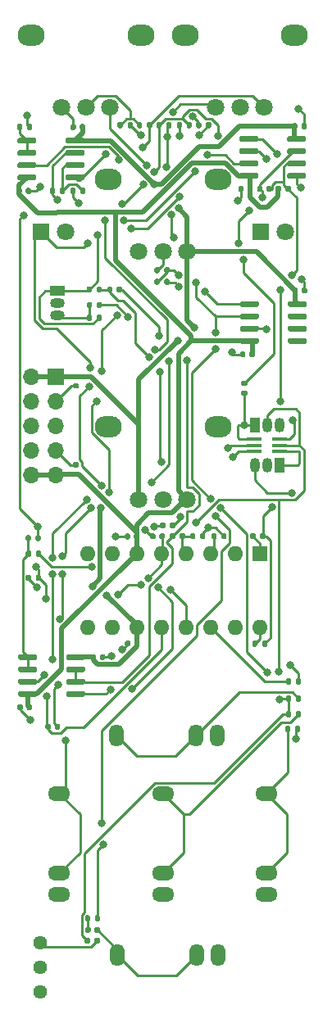
<source format=gbr>
%TF.GenerationSoftware,KiCad,Pcbnew,(5.1.7-0-10_14)*%
%TF.CreationDate,2021-05-19T07:56:11-04:00*%
%TF.ProjectId,VCF,5643462e-6b69-4636-9164-5f7063625858,rev?*%
%TF.SameCoordinates,Original*%
%TF.FileFunction,Copper,L1,Top*%
%TF.FilePolarity,Positive*%
%FSLAX46Y46*%
G04 Gerber Fmt 4.6, Leading zero omitted, Abs format (unit mm)*
G04 Created by KiCad (PCBNEW (5.1.7-0-10_14)) date 2021-05-19 07:56:11*
%MOMM*%
%LPD*%
G01*
G04 APERTURE LIST*
%TA.AperFunction,ComponentPad*%
%ADD10O,1.600000X1.600000*%
%TD*%
%TA.AperFunction,ComponentPad*%
%ADD11R,1.600000X1.600000*%
%TD*%
%TA.AperFunction,ComponentPad*%
%ADD12O,2.800000X2.200000*%
%TD*%
%TA.AperFunction,ComponentPad*%
%ADD13C,1.800000*%
%TD*%
%TA.AperFunction,ComponentPad*%
%ADD14C,1.440000*%
%TD*%
%TA.AperFunction,ComponentPad*%
%ADD15R,1.500000X1.050000*%
%TD*%
%TA.AperFunction,ComponentPad*%
%ADD16O,1.500000X1.050000*%
%TD*%
%TA.AperFunction,ComponentPad*%
%ADD17R,1.050000X1.500000*%
%TD*%
%TA.AperFunction,ComponentPad*%
%ADD18O,1.050000X1.500000*%
%TD*%
%TA.AperFunction,SMDPad,CuDef*%
%ADD19R,1.500000X0.400000*%
%TD*%
%TA.AperFunction,ComponentPad*%
%ADD20O,1.500000X2.300000*%
%TD*%
%TA.AperFunction,ComponentPad*%
%ADD21O,1.700000X1.700000*%
%TD*%
%TA.AperFunction,ComponentPad*%
%ADD22R,1.700000X1.700000*%
%TD*%
%TA.AperFunction,ComponentPad*%
%ADD23O,2.300000X1.500000*%
%TD*%
%TA.AperFunction,ComponentPad*%
%ADD24R,1.800000X1.800000*%
%TD*%
%TA.AperFunction,ViaPad*%
%ADD25C,0.800000*%
%TD*%
%TA.AperFunction,Conductor*%
%ADD26C,0.250000*%
%TD*%
%TA.AperFunction,Conductor*%
%ADD27C,0.500000*%
%TD*%
G04 APERTURE END LIST*
%TO.P,U105,8*%
%TO.N,+12V*%
%TA.AperFunction,SMDPad,CuDef*%
G36*
G01*
X128400000Y-102945000D02*
X128400000Y-102645000D01*
G75*
G02*
X128550000Y-102495000I150000J0D01*
G01*
X130200000Y-102495000D01*
G75*
G02*
X130350000Y-102645000I0J-150000D01*
G01*
X130350000Y-102945000D01*
G75*
G02*
X130200000Y-103095000I-150000J0D01*
G01*
X128550000Y-103095000D01*
G75*
G02*
X128400000Y-102945000I0J150000D01*
G01*
G37*
%TD.AperFunction*%
%TO.P,U105,7*%
%TO.N,N/C*%
%TA.AperFunction,SMDPad,CuDef*%
G36*
G01*
X128400000Y-104215000D02*
X128400000Y-103915000D01*
G75*
G02*
X128550000Y-103765000I150000J0D01*
G01*
X130200000Y-103765000D01*
G75*
G02*
X130350000Y-103915000I0J-150000D01*
G01*
X130350000Y-104215000D01*
G75*
G02*
X130200000Y-104365000I-150000J0D01*
G01*
X128550000Y-104365000D01*
G75*
G02*
X128400000Y-104215000I0J150000D01*
G01*
G37*
%TD.AperFunction*%
%TO.P,U105,6*%
%TA.AperFunction,SMDPad,CuDef*%
G36*
G01*
X128400000Y-105485000D02*
X128400000Y-105185000D01*
G75*
G02*
X128550000Y-105035000I150000J0D01*
G01*
X130200000Y-105035000D01*
G75*
G02*
X130350000Y-105185000I0J-150000D01*
G01*
X130350000Y-105485000D01*
G75*
G02*
X130200000Y-105635000I-150000J0D01*
G01*
X128550000Y-105635000D01*
G75*
G02*
X128400000Y-105485000I0J150000D01*
G01*
G37*
%TD.AperFunction*%
%TO.P,U105,5*%
%TA.AperFunction,SMDPad,CuDef*%
G36*
G01*
X128400000Y-106755000D02*
X128400000Y-106455000D01*
G75*
G02*
X128550000Y-106305000I150000J0D01*
G01*
X130200000Y-106305000D01*
G75*
G02*
X130350000Y-106455000I0J-150000D01*
G01*
X130350000Y-106755000D01*
G75*
G02*
X130200000Y-106905000I-150000J0D01*
G01*
X128550000Y-106905000D01*
G75*
G02*
X128400000Y-106755000I0J150000D01*
G01*
G37*
%TD.AperFunction*%
%TO.P,U105,4*%
%TO.N,-12V*%
%TA.AperFunction,SMDPad,CuDef*%
G36*
G01*
X123450000Y-106755000D02*
X123450000Y-106455000D01*
G75*
G02*
X123600000Y-106305000I150000J0D01*
G01*
X125250000Y-106305000D01*
G75*
G02*
X125400000Y-106455000I0J-150000D01*
G01*
X125400000Y-106755000D01*
G75*
G02*
X125250000Y-106905000I-150000J0D01*
G01*
X123600000Y-106905000D01*
G75*
G02*
X123450000Y-106755000I0J150000D01*
G01*
G37*
%TD.AperFunction*%
%TO.P,U105,3*%
%TO.N,GND*%
%TA.AperFunction,SMDPad,CuDef*%
G36*
G01*
X123450000Y-105485000D02*
X123450000Y-105185000D01*
G75*
G02*
X123600000Y-105035000I150000J0D01*
G01*
X125250000Y-105035000D01*
G75*
G02*
X125400000Y-105185000I0J-150000D01*
G01*
X125400000Y-105485000D01*
G75*
G02*
X125250000Y-105635000I-150000J0D01*
G01*
X123600000Y-105635000D01*
G75*
G02*
X123450000Y-105485000I0J150000D01*
G01*
G37*
%TD.AperFunction*%
%TO.P,U105,2*%
%TO.N,Net-(R124-Pad2)*%
%TA.AperFunction,SMDPad,CuDef*%
G36*
G01*
X123450000Y-104215000D02*
X123450000Y-103915000D01*
G75*
G02*
X123600000Y-103765000I150000J0D01*
G01*
X125250000Y-103765000D01*
G75*
G02*
X125400000Y-103915000I0J-150000D01*
G01*
X125400000Y-104215000D01*
G75*
G02*
X125250000Y-104365000I-150000J0D01*
G01*
X123600000Y-104365000D01*
G75*
G02*
X123450000Y-104215000I0J150000D01*
G01*
G37*
%TD.AperFunction*%
%TO.P,U105,1*%
%TO.N,Net-(R126-Pad2)*%
%TA.AperFunction,SMDPad,CuDef*%
G36*
G01*
X123450000Y-102945000D02*
X123450000Y-102645000D01*
G75*
G02*
X123600000Y-102495000I150000J0D01*
G01*
X125250000Y-102495000D01*
G75*
G02*
X125400000Y-102645000I0J-150000D01*
G01*
X125400000Y-102945000D01*
G75*
G02*
X125250000Y-103095000I-150000J0D01*
G01*
X123600000Y-103095000D01*
G75*
G02*
X123450000Y-102945000I0J150000D01*
G01*
G37*
%TD.AperFunction*%
%TD*%
%TO.P,U104,8*%
%TO.N,+12V*%
%TA.AperFunction,SMDPad,CuDef*%
G36*
G01*
X105500000Y-139445000D02*
X105500000Y-139145000D01*
G75*
G02*
X105650000Y-138995000I150000J0D01*
G01*
X107300000Y-138995000D01*
G75*
G02*
X107450000Y-139145000I0J-150000D01*
G01*
X107450000Y-139445000D01*
G75*
G02*
X107300000Y-139595000I-150000J0D01*
G01*
X105650000Y-139595000D01*
G75*
G02*
X105500000Y-139445000I0J150000D01*
G01*
G37*
%TD.AperFunction*%
%TO.P,U104,7*%
%TO.N,Net-(C112-Pad2)*%
%TA.AperFunction,SMDPad,CuDef*%
G36*
G01*
X105500000Y-140715000D02*
X105500000Y-140415000D01*
G75*
G02*
X105650000Y-140265000I150000J0D01*
G01*
X107300000Y-140265000D01*
G75*
G02*
X107450000Y-140415000I0J-150000D01*
G01*
X107450000Y-140715000D01*
G75*
G02*
X107300000Y-140865000I-150000J0D01*
G01*
X105650000Y-140865000D01*
G75*
G02*
X105500000Y-140715000I0J150000D01*
G01*
G37*
%TD.AperFunction*%
%TO.P,U104,6*%
%TA.AperFunction,SMDPad,CuDef*%
G36*
G01*
X105500000Y-141985000D02*
X105500000Y-141685000D01*
G75*
G02*
X105650000Y-141535000I150000J0D01*
G01*
X107300000Y-141535000D01*
G75*
G02*
X107450000Y-141685000I0J-150000D01*
G01*
X107450000Y-141985000D01*
G75*
G02*
X107300000Y-142135000I-150000J0D01*
G01*
X105650000Y-142135000D01*
G75*
G02*
X105500000Y-141985000I0J150000D01*
G01*
G37*
%TD.AperFunction*%
%TO.P,U104,5*%
%TO.N,Net-(C103-Pad1)*%
%TA.AperFunction,SMDPad,CuDef*%
G36*
G01*
X105500000Y-143255000D02*
X105500000Y-142955000D01*
G75*
G02*
X105650000Y-142805000I150000J0D01*
G01*
X107300000Y-142805000D01*
G75*
G02*
X107450000Y-142955000I0J-150000D01*
G01*
X107450000Y-143255000D01*
G75*
G02*
X107300000Y-143405000I-150000J0D01*
G01*
X105650000Y-143405000D01*
G75*
G02*
X105500000Y-143255000I0J150000D01*
G01*
G37*
%TD.AperFunction*%
%TO.P,U104,4*%
%TO.N,-12V*%
%TA.AperFunction,SMDPad,CuDef*%
G36*
G01*
X100550000Y-143255000D02*
X100550000Y-142955000D01*
G75*
G02*
X100700000Y-142805000I150000J0D01*
G01*
X102350000Y-142805000D01*
G75*
G02*
X102500000Y-142955000I0J-150000D01*
G01*
X102500000Y-143255000D01*
G75*
G02*
X102350000Y-143405000I-150000J0D01*
G01*
X100700000Y-143405000D01*
G75*
G02*
X100550000Y-143255000I0J150000D01*
G01*
G37*
%TD.AperFunction*%
%TO.P,U104,3*%
%TO.N,Net-(C102-Pad1)*%
%TA.AperFunction,SMDPad,CuDef*%
G36*
G01*
X100550000Y-141985000D02*
X100550000Y-141685000D01*
G75*
G02*
X100700000Y-141535000I150000J0D01*
G01*
X102350000Y-141535000D01*
G75*
G02*
X102500000Y-141685000I0J-150000D01*
G01*
X102500000Y-141985000D01*
G75*
G02*
X102350000Y-142135000I-150000J0D01*
G01*
X100700000Y-142135000D01*
G75*
G02*
X100550000Y-141985000I0J150000D01*
G01*
G37*
%TD.AperFunction*%
%TO.P,U104,2*%
%TO.N,Net-(R114-Pad1)*%
%TA.AperFunction,SMDPad,CuDef*%
G36*
G01*
X100550000Y-140715000D02*
X100550000Y-140415000D01*
G75*
G02*
X100700000Y-140265000I150000J0D01*
G01*
X102350000Y-140265000D01*
G75*
G02*
X102500000Y-140415000I0J-150000D01*
G01*
X102500000Y-140715000D01*
G75*
G02*
X102350000Y-140865000I-150000J0D01*
G01*
X100700000Y-140865000D01*
G75*
G02*
X100550000Y-140715000I0J150000D01*
G01*
G37*
%TD.AperFunction*%
%TO.P,U104,1*%
%TA.AperFunction,SMDPad,CuDef*%
G36*
G01*
X100550000Y-139445000D02*
X100550000Y-139145000D01*
G75*
G02*
X100700000Y-138995000I150000J0D01*
G01*
X102350000Y-138995000D01*
G75*
G02*
X102500000Y-139145000I0J-150000D01*
G01*
X102500000Y-139445000D01*
G75*
G02*
X102350000Y-139595000I-150000J0D01*
G01*
X100700000Y-139595000D01*
G75*
G02*
X100550000Y-139445000I0J150000D01*
G01*
G37*
%TD.AperFunction*%
%TD*%
D10*
%TO.P,U103,16*%
%TO.N,Net-(R115-Pad1)*%
X125500000Y-136200000D03*
%TO.P,U103,8*%
%TO.N,N/C*%
X107720000Y-128580000D03*
%TO.P,U103,15*%
X122960000Y-136200000D03*
%TO.P,U103,7*%
X110260000Y-128580000D03*
%TO.P,U103,14*%
%TO.N,Net-(R113-Pad1)*%
X120420000Y-136200000D03*
%TO.P,U103,6*%
%TO.N,-12V*%
X112800000Y-128580000D03*
%TO.P,U103,13*%
%TO.N,Net-(R111-Pad1)*%
X117880000Y-136200000D03*
%TO.P,U103,5*%
%TO.N,Net-(C103-Pad1)*%
X115340000Y-128580000D03*
%TO.P,U103,12*%
%TO.N,Net-(C102-Pad1)*%
X115340000Y-136200000D03*
%TO.P,U103,4*%
%TO.N,Net-(R119-Pad1)*%
X117880000Y-128580000D03*
%TO.P,U103,11*%
%TO.N,+12V*%
X112800000Y-136200000D03*
%TO.P,U103,3*%
%TO.N,Net-(R118-Pad1)*%
X120420000Y-128580000D03*
%TO.P,U103,10*%
%TO.N,N/C*%
X110260000Y-136200000D03*
%TO.P,U103,2*%
X122960000Y-128580000D03*
%TO.P,U103,9*%
X107720000Y-136200000D03*
D11*
%TO.P,U103,1*%
%TO.N,Net-(R123-Pad1)*%
X125500000Y-128580000D03*
%TD*%
%TO.P,U102,8*%
%TO.N,+12V*%
%TA.AperFunction,SMDPad,CuDef*%
G36*
G01*
X128325000Y-85880000D02*
X128325000Y-85580000D01*
G75*
G02*
X128475000Y-85430000I150000J0D01*
G01*
X130125000Y-85430000D01*
G75*
G02*
X130275000Y-85580000I0J-150000D01*
G01*
X130275000Y-85880000D01*
G75*
G02*
X130125000Y-86030000I-150000J0D01*
G01*
X128475000Y-86030000D01*
G75*
G02*
X128325000Y-85880000I0J150000D01*
G01*
G37*
%TD.AperFunction*%
%TO.P,U102,7*%
%TO.N,Net-(C101-Pad1)*%
%TA.AperFunction,SMDPad,CuDef*%
G36*
G01*
X128325000Y-87150000D02*
X128325000Y-86850000D01*
G75*
G02*
X128475000Y-86700000I150000J0D01*
G01*
X130125000Y-86700000D01*
G75*
G02*
X130275000Y-86850000I0J-150000D01*
G01*
X130275000Y-87150000D01*
G75*
G02*
X130125000Y-87300000I-150000J0D01*
G01*
X128475000Y-87300000D01*
G75*
G02*
X128325000Y-87150000I0J150000D01*
G01*
G37*
%TD.AperFunction*%
%TO.P,U102,6*%
%TO.N,Net-(C101-Pad2)*%
%TA.AperFunction,SMDPad,CuDef*%
G36*
G01*
X128325000Y-88420000D02*
X128325000Y-88120000D01*
G75*
G02*
X128475000Y-87970000I150000J0D01*
G01*
X130125000Y-87970000D01*
G75*
G02*
X130275000Y-88120000I0J-150000D01*
G01*
X130275000Y-88420000D01*
G75*
G02*
X130125000Y-88570000I-150000J0D01*
G01*
X128475000Y-88570000D01*
G75*
G02*
X128325000Y-88420000I0J150000D01*
G01*
G37*
%TD.AperFunction*%
%TO.P,U102,5*%
%TO.N,GND*%
%TA.AperFunction,SMDPad,CuDef*%
G36*
G01*
X128325000Y-89690000D02*
X128325000Y-89390000D01*
G75*
G02*
X128475000Y-89240000I150000J0D01*
G01*
X130125000Y-89240000D01*
G75*
G02*
X130275000Y-89390000I0J-150000D01*
G01*
X130275000Y-89690000D01*
G75*
G02*
X130125000Y-89840000I-150000J0D01*
G01*
X128475000Y-89840000D01*
G75*
G02*
X128325000Y-89690000I0J150000D01*
G01*
G37*
%TD.AperFunction*%
%TO.P,U102,4*%
%TO.N,-12V*%
%TA.AperFunction,SMDPad,CuDef*%
G36*
G01*
X123375000Y-89690000D02*
X123375000Y-89390000D01*
G75*
G02*
X123525000Y-89240000I150000J0D01*
G01*
X125175000Y-89240000D01*
G75*
G02*
X125325000Y-89390000I0J-150000D01*
G01*
X125325000Y-89690000D01*
G75*
G02*
X125175000Y-89840000I-150000J0D01*
G01*
X123525000Y-89840000D01*
G75*
G02*
X123375000Y-89690000I0J150000D01*
G01*
G37*
%TD.AperFunction*%
%TO.P,U102,3*%
%TO.N,Net-(Q104-Pad1)*%
%TA.AperFunction,SMDPad,CuDef*%
G36*
G01*
X123375000Y-88420000D02*
X123375000Y-88120000D01*
G75*
G02*
X123525000Y-87970000I150000J0D01*
G01*
X125175000Y-87970000D01*
G75*
G02*
X125325000Y-88120000I0J-150000D01*
G01*
X125325000Y-88420000D01*
G75*
G02*
X125175000Y-88570000I-150000J0D01*
G01*
X123525000Y-88570000D01*
G75*
G02*
X123375000Y-88420000I0J150000D01*
G01*
G37*
%TD.AperFunction*%
%TO.P,U102,2*%
%TO.N,Net-(D101-Pad2)*%
%TA.AperFunction,SMDPad,CuDef*%
G36*
G01*
X123375000Y-87150000D02*
X123375000Y-86850000D01*
G75*
G02*
X123525000Y-86700000I150000J0D01*
G01*
X125175000Y-86700000D01*
G75*
G02*
X125325000Y-86850000I0J-150000D01*
G01*
X125325000Y-87150000D01*
G75*
G02*
X125175000Y-87300000I-150000J0D01*
G01*
X123525000Y-87300000D01*
G75*
G02*
X123375000Y-87150000I0J150000D01*
G01*
G37*
%TD.AperFunction*%
%TO.P,U102,1*%
%TO.N,Net-(C102-Pad2)*%
%TA.AperFunction,SMDPad,CuDef*%
G36*
G01*
X123375000Y-85880000D02*
X123375000Y-85580000D01*
G75*
G02*
X123525000Y-85430000I150000J0D01*
G01*
X125175000Y-85430000D01*
G75*
G02*
X125325000Y-85580000I0J-150000D01*
G01*
X125325000Y-85880000D01*
G75*
G02*
X125175000Y-86030000I-150000J0D01*
G01*
X123525000Y-86030000D01*
G75*
G02*
X123375000Y-85880000I0J150000D01*
G01*
G37*
%TD.AperFunction*%
%TD*%
%TO.P,U101,8*%
%TO.N,+12V*%
%TA.AperFunction,SMDPad,CuDef*%
G36*
G01*
X105425000Y-86050000D02*
X105425000Y-85750000D01*
G75*
G02*
X105575000Y-85600000I150000J0D01*
G01*
X107225000Y-85600000D01*
G75*
G02*
X107375000Y-85750000I0J-150000D01*
G01*
X107375000Y-86050000D01*
G75*
G02*
X107225000Y-86200000I-150000J0D01*
G01*
X105575000Y-86200000D01*
G75*
G02*
X105425000Y-86050000I0J150000D01*
G01*
G37*
%TD.AperFunction*%
%TO.P,U101,7*%
%TO.N,/HP_IN*%
%TA.AperFunction,SMDPad,CuDef*%
G36*
G01*
X105425000Y-87320000D02*
X105425000Y-87020000D01*
G75*
G02*
X105575000Y-86870000I150000J0D01*
G01*
X107225000Y-86870000D01*
G75*
G02*
X107375000Y-87020000I0J-150000D01*
G01*
X107375000Y-87320000D01*
G75*
G02*
X107225000Y-87470000I-150000J0D01*
G01*
X105575000Y-87470000D01*
G75*
G02*
X105425000Y-87320000I0J150000D01*
G01*
G37*
%TD.AperFunction*%
%TO.P,U101,6*%
%TO.N,Net-(R104-Pad1)*%
%TA.AperFunction,SMDPad,CuDef*%
G36*
G01*
X105425000Y-88590000D02*
X105425000Y-88290000D01*
G75*
G02*
X105575000Y-88140000I150000J0D01*
G01*
X107225000Y-88140000D01*
G75*
G02*
X107375000Y-88290000I0J-150000D01*
G01*
X107375000Y-88590000D01*
G75*
G02*
X107225000Y-88740000I-150000J0D01*
G01*
X105575000Y-88740000D01*
G75*
G02*
X105425000Y-88590000I0J150000D01*
G01*
G37*
%TD.AperFunction*%
%TO.P,U101,5*%
%TO.N,Net-(R106-Pad1)*%
%TA.AperFunction,SMDPad,CuDef*%
G36*
G01*
X105425000Y-89860000D02*
X105425000Y-89560000D01*
G75*
G02*
X105575000Y-89410000I150000J0D01*
G01*
X107225000Y-89410000D01*
G75*
G02*
X107375000Y-89560000I0J-150000D01*
G01*
X107375000Y-89860000D01*
G75*
G02*
X107225000Y-90010000I-150000J0D01*
G01*
X105575000Y-90010000D01*
G75*
G02*
X105425000Y-89860000I0J150000D01*
G01*
G37*
%TD.AperFunction*%
%TO.P,U101,4*%
%TO.N,-12V*%
%TA.AperFunction,SMDPad,CuDef*%
G36*
G01*
X100475000Y-89860000D02*
X100475000Y-89560000D01*
G75*
G02*
X100625000Y-89410000I150000J0D01*
G01*
X102275000Y-89410000D01*
G75*
G02*
X102425000Y-89560000I0J-150000D01*
G01*
X102425000Y-89860000D01*
G75*
G02*
X102275000Y-90010000I-150000J0D01*
G01*
X100625000Y-90010000D01*
G75*
G02*
X100475000Y-89860000I0J150000D01*
G01*
G37*
%TD.AperFunction*%
%TO.P,U101,3*%
%TO.N,Net-(R105-Pad1)*%
%TA.AperFunction,SMDPad,CuDef*%
G36*
G01*
X100475000Y-88590000D02*
X100475000Y-88290000D01*
G75*
G02*
X100625000Y-88140000I150000J0D01*
G01*
X102275000Y-88140000D01*
G75*
G02*
X102425000Y-88290000I0J-150000D01*
G01*
X102425000Y-88590000D01*
G75*
G02*
X102275000Y-88740000I-150000J0D01*
G01*
X100625000Y-88740000D01*
G75*
G02*
X100475000Y-88590000I0J150000D01*
G01*
G37*
%TD.AperFunction*%
%TO.P,U101,2*%
%TO.N,/LP_IN*%
%TA.AperFunction,SMDPad,CuDef*%
G36*
G01*
X100475000Y-87320000D02*
X100475000Y-87020000D01*
G75*
G02*
X100625000Y-86870000I150000J0D01*
G01*
X102275000Y-86870000D01*
G75*
G02*
X102425000Y-87020000I0J-150000D01*
G01*
X102425000Y-87320000D01*
G75*
G02*
X102275000Y-87470000I-150000J0D01*
G01*
X100625000Y-87470000D01*
G75*
G02*
X100475000Y-87320000I0J150000D01*
G01*
G37*
%TD.AperFunction*%
%TO.P,U101,1*%
%TA.AperFunction,SMDPad,CuDef*%
G36*
G01*
X100475000Y-86050000D02*
X100475000Y-85750000D01*
G75*
G02*
X100625000Y-85600000I150000J0D01*
G01*
X102275000Y-85600000D01*
G75*
G02*
X102425000Y-85750000I0J-150000D01*
G01*
X102425000Y-86050000D01*
G75*
G02*
X102275000Y-86200000I-150000J0D01*
G01*
X100625000Y-86200000D01*
G75*
G02*
X100475000Y-86050000I0J150000D01*
G01*
G37*
%TD.AperFunction*%
%TD*%
D12*
%TO.P,RV105,*%
%TO.N,*%
X121150000Y-89900000D03*
X109850000Y-89900000D03*
D13*
%TO.P,RV105,3*%
%TO.N,+12V*%
X118000000Y-97400000D03*
%TO.P,RV105,2*%
%TO.N,Net-(R124-Pad1)*%
X115500000Y-97400000D03*
%TO.P,RV105,1*%
%TO.N,GND*%
X113000000Y-97400000D03*
%TD*%
D14*
%TO.P,RV104,3*%
%TO.N,GND*%
X102800000Y-173880000D03*
%TO.P,RV104,2*%
X102800000Y-171340000D03*
%TO.P,RV104,1*%
%TO.N,Net-(R108-Pad2)*%
X102800000Y-168800000D03*
%TD*%
D12*
%TO.P,RV103,*%
%TO.N,*%
X129100000Y-75000000D03*
X117800000Y-75000000D03*
D13*
%TO.P,RV103,3*%
%TO.N,Net-(R105-Pad1)*%
X125950000Y-82500000D03*
%TO.P,RV103,2*%
%TO.N,GND*%
X123450000Y-82500000D03*
%TO.P,RV103,1*%
%TO.N,Net-(R106-Pad1)*%
X120950000Y-82500000D03*
%TD*%
D12*
%TO.P,RV102,*%
%TO.N,*%
X113200000Y-75000000D03*
X101900000Y-75000000D03*
D13*
%TO.P,RV102,3*%
%TO.N,Net-(J101-PadT)*%
X110050000Y-82500000D03*
%TO.P,RV102,2*%
%TO.N,Net-(R105-Pad2)*%
X107550000Y-82500000D03*
%TO.P,RV102,1*%
%TO.N,GND*%
X105050000Y-82500000D03*
%TD*%
D12*
%TO.P,RV101,*%
%TO.N,*%
X121150000Y-115500000D03*
X109850000Y-115500000D03*
D13*
%TO.P,RV101,3*%
%TO.N,-12V*%
X118000000Y-123000000D03*
%TO.P,RV101,2*%
%TO.N,Net-(R103-Pad2)*%
X115500000Y-123000000D03*
%TO.P,RV101,1*%
%TO.N,+12V*%
X113000000Y-123000000D03*
%TD*%
%TO.P,R130,2*%
%TO.N,/Out*%
%TA.AperFunction,SMDPad,CuDef*%
G36*
G01*
X108450000Y-166485000D02*
X108450000Y-166115000D01*
G75*
G02*
X108585000Y-165980000I135000J0D01*
G01*
X108855000Y-165980000D01*
G75*
G02*
X108990000Y-166115000I0J-135000D01*
G01*
X108990000Y-166485000D01*
G75*
G02*
X108855000Y-166620000I-135000J0D01*
G01*
X108585000Y-166620000D01*
G75*
G02*
X108450000Y-166485000I0J135000D01*
G01*
G37*
%TD.AperFunction*%
%TO.P,R130,1*%
%TO.N,Net-(C117-Pad2)*%
%TA.AperFunction,SMDPad,CuDef*%
G36*
G01*
X107430000Y-166485000D02*
X107430000Y-166115000D01*
G75*
G02*
X107565000Y-165980000I135000J0D01*
G01*
X107835000Y-165980000D01*
G75*
G02*
X107970000Y-166115000I0J-135000D01*
G01*
X107970000Y-166485000D01*
G75*
G02*
X107835000Y-166620000I-135000J0D01*
G01*
X107565000Y-166620000D01*
G75*
G02*
X107430000Y-166485000I0J135000D01*
G01*
G37*
%TD.AperFunction*%
%TD*%
%TO.P,R129,2*%
%TO.N,/Out*%
%TA.AperFunction,SMDPad,CuDef*%
G36*
G01*
X108630000Y-101485000D02*
X108630000Y-101115000D01*
G75*
G02*
X108765000Y-100980000I135000J0D01*
G01*
X109035000Y-100980000D01*
G75*
G02*
X109170000Y-101115000I0J-135000D01*
G01*
X109170000Y-101485000D01*
G75*
G02*
X109035000Y-101620000I-135000J0D01*
G01*
X108765000Y-101620000D01*
G75*
G02*
X108630000Y-101485000I0J135000D01*
G01*
G37*
%TD.AperFunction*%
%TO.P,R129,1*%
%TO.N,Net-(Q104-Pad1)*%
%TA.AperFunction,SMDPad,CuDef*%
G36*
G01*
X107610000Y-101485000D02*
X107610000Y-101115000D01*
G75*
G02*
X107745000Y-100980000I135000J0D01*
G01*
X108015000Y-100980000D01*
G75*
G02*
X108150000Y-101115000I0J-135000D01*
G01*
X108150000Y-101485000D01*
G75*
G02*
X108015000Y-101620000I-135000J0D01*
G01*
X107745000Y-101620000D01*
G75*
G02*
X107610000Y-101485000I0J135000D01*
G01*
G37*
%TD.AperFunction*%
%TD*%
%TO.P,R128,2*%
%TO.N,Net-(Q104-Pad3)*%
%TA.AperFunction,SMDPad,CuDef*%
G36*
G01*
X108170000Y-104015000D02*
X108170000Y-104385000D01*
G75*
G02*
X108035000Y-104520000I-135000J0D01*
G01*
X107765000Y-104520000D01*
G75*
G02*
X107630000Y-104385000I0J135000D01*
G01*
X107630000Y-104015000D01*
G75*
G02*
X107765000Y-103880000I135000J0D01*
G01*
X108035000Y-103880000D01*
G75*
G02*
X108170000Y-104015000I0J-135000D01*
G01*
G37*
%TD.AperFunction*%
%TO.P,R128,1*%
%TO.N,Net-(Q104-Pad1)*%
%TA.AperFunction,SMDPad,CuDef*%
G36*
G01*
X109190000Y-104015000D02*
X109190000Y-104385000D01*
G75*
G02*
X109055000Y-104520000I-135000J0D01*
G01*
X108785000Y-104520000D01*
G75*
G02*
X108650000Y-104385000I0J135000D01*
G01*
X108650000Y-104015000D01*
G75*
G02*
X108785000Y-103880000I135000J0D01*
G01*
X109055000Y-103880000D01*
G75*
G02*
X109190000Y-104015000I0J-135000D01*
G01*
G37*
%TD.AperFunction*%
%TD*%
%TO.P,R127,2*%
%TO.N,Net-(Q104-Pad3)*%
%TA.AperFunction,SMDPad,CuDef*%
G36*
G01*
X108170000Y-102715000D02*
X108170000Y-103085000D01*
G75*
G02*
X108035000Y-103220000I-135000J0D01*
G01*
X107765000Y-103220000D01*
G75*
G02*
X107630000Y-103085000I0J135000D01*
G01*
X107630000Y-102715000D01*
G75*
G02*
X107765000Y-102580000I135000J0D01*
G01*
X108035000Y-102580000D01*
G75*
G02*
X108170000Y-102715000I0J-135000D01*
G01*
G37*
%TD.AperFunction*%
%TO.P,R127,1*%
%TO.N,Net-(R126-Pad2)*%
%TA.AperFunction,SMDPad,CuDef*%
G36*
G01*
X109190000Y-102715000D02*
X109190000Y-103085000D01*
G75*
G02*
X109055000Y-103220000I-135000J0D01*
G01*
X108785000Y-103220000D01*
G75*
G02*
X108650000Y-103085000I0J135000D01*
G01*
X108650000Y-102715000D01*
G75*
G02*
X108785000Y-102580000I135000J0D01*
G01*
X109055000Y-102580000D01*
G75*
G02*
X109190000Y-102715000I0J-135000D01*
G01*
G37*
%TD.AperFunction*%
%TD*%
%TO.P,R126,2*%
%TO.N,Net-(R126-Pad2)*%
%TA.AperFunction,SMDPad,CuDef*%
G36*
G01*
X115630000Y-100685000D02*
X115630000Y-100315000D01*
G75*
G02*
X115765000Y-100180000I135000J0D01*
G01*
X116035000Y-100180000D01*
G75*
G02*
X116170000Y-100315000I0J-135000D01*
G01*
X116170000Y-100685000D01*
G75*
G02*
X116035000Y-100820000I-135000J0D01*
G01*
X115765000Y-100820000D01*
G75*
G02*
X115630000Y-100685000I0J135000D01*
G01*
G37*
%TD.AperFunction*%
%TO.P,R126,1*%
%TO.N,Net-(R124-Pad2)*%
%TA.AperFunction,SMDPad,CuDef*%
G36*
G01*
X114610000Y-100685000D02*
X114610000Y-100315000D01*
G75*
G02*
X114745000Y-100180000I135000J0D01*
G01*
X115015000Y-100180000D01*
G75*
G02*
X115150000Y-100315000I0J-135000D01*
G01*
X115150000Y-100685000D01*
G75*
G02*
X115015000Y-100820000I-135000J0D01*
G01*
X114745000Y-100820000D01*
G75*
G02*
X114610000Y-100685000I0J135000D01*
G01*
G37*
%TD.AperFunction*%
%TD*%
%TO.P,R125,2*%
%TO.N,Net-(R124-Pad2)*%
%TA.AperFunction,SMDPad,CuDef*%
G36*
G01*
X129140000Y-146885000D02*
X129140000Y-146515000D01*
G75*
G02*
X129275000Y-146380000I135000J0D01*
G01*
X129545000Y-146380000D01*
G75*
G02*
X129680000Y-146515000I0J-135000D01*
G01*
X129680000Y-146885000D01*
G75*
G02*
X129545000Y-147020000I-135000J0D01*
G01*
X129275000Y-147020000D01*
G75*
G02*
X129140000Y-146885000I0J135000D01*
G01*
G37*
%TD.AperFunction*%
%TO.P,R125,1*%
%TO.N,Net-(J104-PadT)*%
%TA.AperFunction,SMDPad,CuDef*%
G36*
G01*
X128120000Y-146885000D02*
X128120000Y-146515000D01*
G75*
G02*
X128255000Y-146380000I135000J0D01*
G01*
X128525000Y-146380000D01*
G75*
G02*
X128660000Y-146515000I0J-135000D01*
G01*
X128660000Y-146885000D01*
G75*
G02*
X128525000Y-147020000I-135000J0D01*
G01*
X128255000Y-147020000D01*
G75*
G02*
X128120000Y-146885000I0J135000D01*
G01*
G37*
%TD.AperFunction*%
%TD*%
%TO.P,R124,2*%
%TO.N,Net-(R124-Pad2)*%
%TA.AperFunction,SMDPad,CuDef*%
G36*
G01*
X115630000Y-99485000D02*
X115630000Y-99115000D01*
G75*
G02*
X115765000Y-98980000I135000J0D01*
G01*
X116035000Y-98980000D01*
G75*
G02*
X116170000Y-99115000I0J-135000D01*
G01*
X116170000Y-99485000D01*
G75*
G02*
X116035000Y-99620000I-135000J0D01*
G01*
X115765000Y-99620000D01*
G75*
G02*
X115630000Y-99485000I0J135000D01*
G01*
G37*
%TD.AperFunction*%
%TO.P,R124,1*%
%TO.N,Net-(R124-Pad1)*%
%TA.AperFunction,SMDPad,CuDef*%
G36*
G01*
X114610000Y-99485000D02*
X114610000Y-99115000D01*
G75*
G02*
X114745000Y-98980000I135000J0D01*
G01*
X115015000Y-98980000D01*
G75*
G02*
X115150000Y-99115000I0J-135000D01*
G01*
X115150000Y-99485000D01*
G75*
G02*
X115015000Y-99620000I-135000J0D01*
G01*
X114745000Y-99620000D01*
G75*
G02*
X114610000Y-99485000I0J135000D01*
G01*
G37*
%TD.AperFunction*%
%TD*%
%TO.P,R123,2*%
%TO.N,/IABC*%
%TA.AperFunction,SMDPad,CuDef*%
G36*
G01*
X125530000Y-126985000D02*
X125530000Y-126615000D01*
G75*
G02*
X125665000Y-126480000I135000J0D01*
G01*
X125935000Y-126480000D01*
G75*
G02*
X126070000Y-126615000I0J-135000D01*
G01*
X126070000Y-126985000D01*
G75*
G02*
X125935000Y-127120000I-135000J0D01*
G01*
X125665000Y-127120000D01*
G75*
G02*
X125530000Y-126985000I0J135000D01*
G01*
G37*
%TD.AperFunction*%
%TO.P,R123,1*%
%TO.N,Net-(R123-Pad1)*%
%TA.AperFunction,SMDPad,CuDef*%
G36*
G01*
X124510000Y-126985000D02*
X124510000Y-126615000D01*
G75*
G02*
X124645000Y-126480000I135000J0D01*
G01*
X124915000Y-126480000D01*
G75*
G02*
X125050000Y-126615000I0J-135000D01*
G01*
X125050000Y-126985000D01*
G75*
G02*
X124915000Y-127120000I-135000J0D01*
G01*
X124645000Y-127120000D01*
G75*
G02*
X124510000Y-126985000I0J135000D01*
G01*
G37*
%TD.AperFunction*%
%TD*%
%TO.P,R122,2*%
%TO.N,Net-(R119-Pad1)*%
%TA.AperFunction,SMDPad,CuDef*%
G36*
G01*
X117230000Y-126985000D02*
X117230000Y-126615000D01*
G75*
G02*
X117365000Y-126480000I135000J0D01*
G01*
X117635000Y-126480000D01*
G75*
G02*
X117770000Y-126615000I0J-135000D01*
G01*
X117770000Y-126985000D01*
G75*
G02*
X117635000Y-127120000I-135000J0D01*
G01*
X117365000Y-127120000D01*
G75*
G02*
X117230000Y-126985000I0J135000D01*
G01*
G37*
%TD.AperFunction*%
%TO.P,R122,1*%
%TO.N,Net-(C112-Pad2)*%
%TA.AperFunction,SMDPad,CuDef*%
G36*
G01*
X116210000Y-126985000D02*
X116210000Y-126615000D01*
G75*
G02*
X116345000Y-126480000I135000J0D01*
G01*
X116615000Y-126480000D01*
G75*
G02*
X116750000Y-126615000I0J-135000D01*
G01*
X116750000Y-126985000D01*
G75*
G02*
X116615000Y-127120000I-135000J0D01*
G01*
X116345000Y-127120000D01*
G75*
G02*
X116210000Y-126985000I0J135000D01*
G01*
G37*
%TD.AperFunction*%
%TD*%
%TO.P,R121,2*%
%TO.N,Net-(Q104-Pad1)*%
%TA.AperFunction,SMDPad,CuDef*%
G36*
G01*
X119930000Y-84485000D02*
X119930000Y-84115000D01*
G75*
G02*
X120065000Y-83980000I135000J0D01*
G01*
X120335000Y-83980000D01*
G75*
G02*
X120470000Y-84115000I0J-135000D01*
G01*
X120470000Y-84485000D01*
G75*
G02*
X120335000Y-84620000I-135000J0D01*
G01*
X120065000Y-84620000D01*
G75*
G02*
X119930000Y-84485000I0J135000D01*
G01*
G37*
%TD.AperFunction*%
%TO.P,R121,1*%
%TO.N,GND*%
%TA.AperFunction,SMDPad,CuDef*%
G36*
G01*
X118910000Y-84485000D02*
X118910000Y-84115000D01*
G75*
G02*
X119045000Y-83980000I135000J0D01*
G01*
X119315000Y-83980000D01*
G75*
G02*
X119450000Y-84115000I0J-135000D01*
G01*
X119450000Y-84485000D01*
G75*
G02*
X119315000Y-84620000I-135000J0D01*
G01*
X119045000Y-84620000D01*
G75*
G02*
X118910000Y-84485000I0J135000D01*
G01*
G37*
%TD.AperFunction*%
%TD*%
%TO.P,R120,2*%
%TO.N,GND*%
%TA.AperFunction,SMDPad,CuDef*%
G36*
G01*
X121530000Y-126985000D02*
X121530000Y-126615000D01*
G75*
G02*
X121665000Y-126480000I135000J0D01*
G01*
X121935000Y-126480000D01*
G75*
G02*
X122070000Y-126615000I0J-135000D01*
G01*
X122070000Y-126985000D01*
G75*
G02*
X121935000Y-127120000I-135000J0D01*
G01*
X121665000Y-127120000D01*
G75*
G02*
X121530000Y-126985000I0J135000D01*
G01*
G37*
%TD.AperFunction*%
%TO.P,R120,1*%
%TO.N,Net-(R118-Pad1)*%
%TA.AperFunction,SMDPad,CuDef*%
G36*
G01*
X120510000Y-126985000D02*
X120510000Y-126615000D01*
G75*
G02*
X120645000Y-126480000I135000J0D01*
G01*
X120915000Y-126480000D01*
G75*
G02*
X121050000Y-126615000I0J-135000D01*
G01*
X121050000Y-126985000D01*
G75*
G02*
X120915000Y-127120000I-135000J0D01*
G01*
X120645000Y-127120000D01*
G75*
G02*
X120510000Y-126985000I0J135000D01*
G01*
G37*
%TD.AperFunction*%
%TD*%
%TO.P,R119,2*%
%TO.N,GND*%
%TA.AperFunction,SMDPad,CuDef*%
G36*
G01*
X119330000Y-126985000D02*
X119330000Y-126615000D01*
G75*
G02*
X119465000Y-126480000I135000J0D01*
G01*
X119735000Y-126480000D01*
G75*
G02*
X119870000Y-126615000I0J-135000D01*
G01*
X119870000Y-126985000D01*
G75*
G02*
X119735000Y-127120000I-135000J0D01*
G01*
X119465000Y-127120000D01*
G75*
G02*
X119330000Y-126985000I0J135000D01*
G01*
G37*
%TD.AperFunction*%
%TO.P,R119,1*%
%TO.N,Net-(R119-Pad1)*%
%TA.AperFunction,SMDPad,CuDef*%
G36*
G01*
X118310000Y-126985000D02*
X118310000Y-126615000D01*
G75*
G02*
X118445000Y-126480000I135000J0D01*
G01*
X118715000Y-126480000D01*
G75*
G02*
X118850000Y-126615000I0J-135000D01*
G01*
X118850000Y-126985000D01*
G75*
G02*
X118715000Y-127120000I-135000J0D01*
G01*
X118445000Y-127120000D01*
G75*
G02*
X118310000Y-126985000I0J135000D01*
G01*
G37*
%TD.AperFunction*%
%TD*%
%TO.P,R118,2*%
%TO.N,Net-(R114-Pad1)*%
%TA.AperFunction,SMDPad,CuDef*%
G36*
G01*
X101870000Y-128415000D02*
X101870000Y-128785000D01*
G75*
G02*
X101735000Y-128920000I-135000J0D01*
G01*
X101465000Y-128920000D01*
G75*
G02*
X101330000Y-128785000I0J135000D01*
G01*
X101330000Y-128415000D01*
G75*
G02*
X101465000Y-128280000I135000J0D01*
G01*
X101735000Y-128280000D01*
G75*
G02*
X101870000Y-128415000I0J-135000D01*
G01*
G37*
%TD.AperFunction*%
%TO.P,R118,1*%
%TO.N,Net-(R118-Pad1)*%
%TA.AperFunction,SMDPad,CuDef*%
G36*
G01*
X102890000Y-128415000D02*
X102890000Y-128785000D01*
G75*
G02*
X102755000Y-128920000I-135000J0D01*
G01*
X102485000Y-128920000D01*
G75*
G02*
X102350000Y-128785000I0J135000D01*
G01*
X102350000Y-128415000D01*
G75*
G02*
X102485000Y-128280000I135000J0D01*
G01*
X102755000Y-128280000D01*
G75*
G02*
X102890000Y-128415000I0J-135000D01*
G01*
G37*
%TD.AperFunction*%
%TD*%
%TO.P,R117,2*%
%TO.N,GND*%
%TA.AperFunction,SMDPad,CuDef*%
G36*
G01*
X117450000Y-84115000D02*
X117450000Y-84485000D01*
G75*
G02*
X117315000Y-84620000I-135000J0D01*
G01*
X117045000Y-84620000D01*
G75*
G02*
X116910000Y-84485000I0J135000D01*
G01*
X116910000Y-84115000D01*
G75*
G02*
X117045000Y-83980000I135000J0D01*
G01*
X117315000Y-83980000D01*
G75*
G02*
X117450000Y-84115000I0J-135000D01*
G01*
G37*
%TD.AperFunction*%
%TO.P,R117,1*%
%TO.N,Net-(D101-Pad2)*%
%TA.AperFunction,SMDPad,CuDef*%
G36*
G01*
X118470000Y-84115000D02*
X118470000Y-84485000D01*
G75*
G02*
X118335000Y-84620000I-135000J0D01*
G01*
X118065000Y-84620000D01*
G75*
G02*
X117930000Y-84485000I0J135000D01*
G01*
X117930000Y-84115000D01*
G75*
G02*
X118065000Y-83980000I135000J0D01*
G01*
X118335000Y-83980000D01*
G75*
G02*
X118470000Y-84115000I0J-135000D01*
G01*
G37*
%TD.AperFunction*%
%TD*%
%TO.P,R116,2*%
%TO.N,Net-(C102-Pad2)*%
%TA.AperFunction,SMDPad,CuDef*%
G36*
G01*
X115830000Y-84485000D02*
X115830000Y-84115000D01*
G75*
G02*
X115965000Y-83980000I135000J0D01*
G01*
X116235000Y-83980000D01*
G75*
G02*
X116370000Y-84115000I0J-135000D01*
G01*
X116370000Y-84485000D01*
G75*
G02*
X116235000Y-84620000I-135000J0D01*
G01*
X115965000Y-84620000D01*
G75*
G02*
X115830000Y-84485000I0J135000D01*
G01*
G37*
%TD.AperFunction*%
%TO.P,R116,1*%
%TO.N,Net-(D101-Pad2)*%
%TA.AperFunction,SMDPad,CuDef*%
G36*
G01*
X114810000Y-84485000D02*
X114810000Y-84115000D01*
G75*
G02*
X114945000Y-83980000I135000J0D01*
G01*
X115215000Y-83980000D01*
G75*
G02*
X115350000Y-84115000I0J-135000D01*
G01*
X115350000Y-84485000D01*
G75*
G02*
X115215000Y-84620000I-135000J0D01*
G01*
X114945000Y-84620000D01*
G75*
G02*
X114810000Y-84485000I0J135000D01*
G01*
G37*
%TD.AperFunction*%
%TD*%
%TO.P,R115,2*%
%TO.N,/IABC*%
%TA.AperFunction,SMDPad,CuDef*%
G36*
G01*
X125730000Y-138085000D02*
X125730000Y-137715000D01*
G75*
G02*
X125865000Y-137580000I135000J0D01*
G01*
X126135000Y-137580000D01*
G75*
G02*
X126270000Y-137715000I0J-135000D01*
G01*
X126270000Y-138085000D01*
G75*
G02*
X126135000Y-138220000I-135000J0D01*
G01*
X125865000Y-138220000D01*
G75*
G02*
X125730000Y-138085000I0J135000D01*
G01*
G37*
%TD.AperFunction*%
%TO.P,R115,1*%
%TO.N,Net-(R115-Pad1)*%
%TA.AperFunction,SMDPad,CuDef*%
G36*
G01*
X124710000Y-138085000D02*
X124710000Y-137715000D01*
G75*
G02*
X124845000Y-137580000I135000J0D01*
G01*
X125115000Y-137580000D01*
G75*
G02*
X125250000Y-137715000I0J-135000D01*
G01*
X125250000Y-138085000D01*
G75*
G02*
X125115000Y-138220000I-135000J0D01*
G01*
X124845000Y-138220000D01*
G75*
G02*
X124710000Y-138085000I0J135000D01*
G01*
G37*
%TD.AperFunction*%
%TD*%
%TO.P,R114,2*%
%TO.N,Net-(R111-Pad1)*%
%TA.AperFunction,SMDPad,CuDef*%
G36*
G01*
X102330000Y-127185000D02*
X102330000Y-126815000D01*
G75*
G02*
X102465000Y-126680000I135000J0D01*
G01*
X102735000Y-126680000D01*
G75*
G02*
X102870000Y-126815000I0J-135000D01*
G01*
X102870000Y-127185000D01*
G75*
G02*
X102735000Y-127320000I-135000J0D01*
G01*
X102465000Y-127320000D01*
G75*
G02*
X102330000Y-127185000I0J135000D01*
G01*
G37*
%TD.AperFunction*%
%TO.P,R114,1*%
%TO.N,Net-(R114-Pad1)*%
%TA.AperFunction,SMDPad,CuDef*%
G36*
G01*
X101310000Y-127185000D02*
X101310000Y-126815000D01*
G75*
G02*
X101445000Y-126680000I135000J0D01*
G01*
X101715000Y-126680000D01*
G75*
G02*
X101850000Y-126815000I0J-135000D01*
G01*
X101850000Y-127185000D01*
G75*
G02*
X101715000Y-127320000I-135000J0D01*
G01*
X101445000Y-127320000D01*
G75*
G02*
X101310000Y-127185000I0J135000D01*
G01*
G37*
%TD.AperFunction*%
%TD*%
%TO.P,R113,2*%
%TO.N,GND*%
%TA.AperFunction,SMDPad,CuDef*%
G36*
G01*
X129230000Y-141985000D02*
X129230000Y-141615000D01*
G75*
G02*
X129365000Y-141480000I135000J0D01*
G01*
X129635000Y-141480000D01*
G75*
G02*
X129770000Y-141615000I0J-135000D01*
G01*
X129770000Y-141985000D01*
G75*
G02*
X129635000Y-142120000I-135000J0D01*
G01*
X129365000Y-142120000D01*
G75*
G02*
X129230000Y-141985000I0J135000D01*
G01*
G37*
%TD.AperFunction*%
%TO.P,R113,1*%
%TO.N,Net-(R113-Pad1)*%
%TA.AperFunction,SMDPad,CuDef*%
G36*
G01*
X128210000Y-141985000D02*
X128210000Y-141615000D01*
G75*
G02*
X128345000Y-141480000I135000J0D01*
G01*
X128615000Y-141480000D01*
G75*
G02*
X128750000Y-141615000I0J-135000D01*
G01*
X128750000Y-141985000D01*
G75*
G02*
X128615000Y-142120000I-135000J0D01*
G01*
X128345000Y-142120000D01*
G75*
G02*
X128210000Y-141985000I0J135000D01*
G01*
G37*
%TD.AperFunction*%
%TD*%
%TO.P,R112,2*%
%TO.N,GND*%
%TA.AperFunction,SMDPad,CuDef*%
G36*
G01*
X101870000Y-130915000D02*
X101870000Y-131285000D01*
G75*
G02*
X101735000Y-131420000I-135000J0D01*
G01*
X101465000Y-131420000D01*
G75*
G02*
X101330000Y-131285000I0J135000D01*
G01*
X101330000Y-130915000D01*
G75*
G02*
X101465000Y-130780000I135000J0D01*
G01*
X101735000Y-130780000D01*
G75*
G02*
X101870000Y-130915000I0J-135000D01*
G01*
G37*
%TD.AperFunction*%
%TO.P,R112,1*%
%TO.N,Net-(R111-Pad1)*%
%TA.AperFunction,SMDPad,CuDef*%
G36*
G01*
X102890000Y-130915000D02*
X102890000Y-131285000D01*
G75*
G02*
X102755000Y-131420000I-135000J0D01*
G01*
X102485000Y-131420000D01*
G75*
G02*
X102350000Y-131285000I0J135000D01*
G01*
X102350000Y-130915000D01*
G75*
G02*
X102485000Y-130780000I135000J0D01*
G01*
X102755000Y-130780000D01*
G75*
G02*
X102890000Y-130915000I0J-135000D01*
G01*
G37*
%TD.AperFunction*%
%TD*%
%TO.P,R111,2*%
%TO.N,/LP_IN*%
%TA.AperFunction,SMDPad,CuDef*%
G36*
G01*
X100950000Y-84315000D02*
X100950000Y-84685000D01*
G75*
G02*
X100815000Y-84820000I-135000J0D01*
G01*
X100545000Y-84820000D01*
G75*
G02*
X100410000Y-84685000I0J135000D01*
G01*
X100410000Y-84315000D01*
G75*
G02*
X100545000Y-84180000I135000J0D01*
G01*
X100815000Y-84180000D01*
G75*
G02*
X100950000Y-84315000I0J-135000D01*
G01*
G37*
%TD.AperFunction*%
%TO.P,R111,1*%
%TO.N,Net-(R111-Pad1)*%
%TA.AperFunction,SMDPad,CuDef*%
G36*
G01*
X101970000Y-84315000D02*
X101970000Y-84685000D01*
G75*
G02*
X101835000Y-84820000I-135000J0D01*
G01*
X101565000Y-84820000D01*
G75*
G02*
X101430000Y-84685000I0J135000D01*
G01*
X101430000Y-84315000D01*
G75*
G02*
X101565000Y-84180000I135000J0D01*
G01*
X101835000Y-84180000D01*
G75*
G02*
X101970000Y-84315000I0J-135000D01*
G01*
G37*
%TD.AperFunction*%
%TD*%
%TO.P,R110,2*%
%TO.N,-12V*%
%TA.AperFunction,SMDPad,CuDef*%
G36*
G01*
X127670000Y-90715000D02*
X127670000Y-91085000D01*
G75*
G02*
X127535000Y-91220000I-135000J0D01*
G01*
X127265000Y-91220000D01*
G75*
G02*
X127130000Y-91085000I0J135000D01*
G01*
X127130000Y-90715000D01*
G75*
G02*
X127265000Y-90580000I135000J0D01*
G01*
X127535000Y-90580000D01*
G75*
G02*
X127670000Y-90715000I0J-135000D01*
G01*
G37*
%TD.AperFunction*%
%TO.P,R110,1*%
%TO.N,Net-(C101-Pad2)*%
%TA.AperFunction,SMDPad,CuDef*%
G36*
G01*
X128690000Y-90715000D02*
X128690000Y-91085000D01*
G75*
G02*
X128555000Y-91220000I-135000J0D01*
G01*
X128285000Y-91220000D01*
G75*
G02*
X128150000Y-91085000I0J135000D01*
G01*
X128150000Y-90715000D01*
G75*
G02*
X128285000Y-90580000I135000J0D01*
G01*
X128555000Y-90580000D01*
G75*
G02*
X128690000Y-90715000I0J-135000D01*
G01*
G37*
%TD.AperFunction*%
%TD*%
%TO.P,R109,2*%
%TO.N,Net-(C101-Pad1)*%
%TA.AperFunction,SMDPad,CuDef*%
G36*
G01*
X124085000Y-111270000D02*
X123715000Y-111270000D01*
G75*
G02*
X123580000Y-111135000I0J135000D01*
G01*
X123580000Y-110865000D01*
G75*
G02*
X123715000Y-110730000I135000J0D01*
G01*
X124085000Y-110730000D01*
G75*
G02*
X124220000Y-110865000I0J-135000D01*
G01*
X124220000Y-111135000D01*
G75*
G02*
X124085000Y-111270000I-135000J0D01*
G01*
G37*
%TD.AperFunction*%
%TO.P,R109,1*%
%TO.N,Net-(Q101-Pad1)*%
%TA.AperFunction,SMDPad,CuDef*%
G36*
G01*
X124085000Y-112290000D02*
X123715000Y-112290000D01*
G75*
G02*
X123580000Y-112155000I0J135000D01*
G01*
X123580000Y-111885000D01*
G75*
G02*
X123715000Y-111750000I135000J0D01*
G01*
X124085000Y-111750000D01*
G75*
G02*
X124220000Y-111885000I0J-135000D01*
G01*
X124220000Y-112155000D01*
G75*
G02*
X124085000Y-112290000I-135000J0D01*
G01*
G37*
%TD.AperFunction*%
%TD*%
%TO.P,R108,2*%
%TO.N,Net-(R108-Pad2)*%
%TA.AperFunction,SMDPad,CuDef*%
G36*
G01*
X108430000Y-168785000D02*
X108430000Y-168415000D01*
G75*
G02*
X108565000Y-168280000I135000J0D01*
G01*
X108835000Y-168280000D01*
G75*
G02*
X108970000Y-168415000I0J-135000D01*
G01*
X108970000Y-168785000D01*
G75*
G02*
X108835000Y-168920000I-135000J0D01*
G01*
X108565000Y-168920000D01*
G75*
G02*
X108430000Y-168785000I0J135000D01*
G01*
G37*
%TD.AperFunction*%
%TO.P,R108,1*%
%TO.N,Net-(Q101-Pad2)*%
%TA.AperFunction,SMDPad,CuDef*%
G36*
G01*
X107410000Y-168785000D02*
X107410000Y-168415000D01*
G75*
G02*
X107545000Y-168280000I135000J0D01*
G01*
X107815000Y-168280000D01*
G75*
G02*
X107950000Y-168415000I0J-135000D01*
G01*
X107950000Y-168785000D01*
G75*
G02*
X107815000Y-168920000I-135000J0D01*
G01*
X107545000Y-168920000D01*
G75*
G02*
X107410000Y-168785000I0J135000D01*
G01*
G37*
%TD.AperFunction*%
%TD*%
%TO.P,R107,2*%
%TO.N,Net-(R104-Pad1)*%
%TA.AperFunction,SMDPad,CuDef*%
G36*
G01*
X104850000Y-91285000D02*
X104850000Y-90915000D01*
G75*
G02*
X104985000Y-90780000I135000J0D01*
G01*
X105255000Y-90780000D01*
G75*
G02*
X105390000Y-90915000I0J-135000D01*
G01*
X105390000Y-91285000D01*
G75*
G02*
X105255000Y-91420000I-135000J0D01*
G01*
X104985000Y-91420000D01*
G75*
G02*
X104850000Y-91285000I0J135000D01*
G01*
G37*
%TD.AperFunction*%
%TO.P,R107,1*%
%TO.N,/HP_IN*%
%TA.AperFunction,SMDPad,CuDef*%
G36*
G01*
X103830000Y-91285000D02*
X103830000Y-90915000D01*
G75*
G02*
X103965000Y-90780000I135000J0D01*
G01*
X104235000Y-90780000D01*
G75*
G02*
X104370000Y-90915000I0J-135000D01*
G01*
X104370000Y-91285000D01*
G75*
G02*
X104235000Y-91420000I-135000J0D01*
G01*
X103965000Y-91420000D01*
G75*
G02*
X103830000Y-91285000I0J135000D01*
G01*
G37*
%TD.AperFunction*%
%TD*%
%TO.P,R106,2*%
%TO.N,Net-(R105-Pad2)*%
%TA.AperFunction,SMDPad,CuDef*%
G36*
G01*
X111350000Y-84115000D02*
X111350000Y-84485000D01*
G75*
G02*
X111215000Y-84620000I-135000J0D01*
G01*
X110945000Y-84620000D01*
G75*
G02*
X110810000Y-84485000I0J135000D01*
G01*
X110810000Y-84115000D01*
G75*
G02*
X110945000Y-83980000I135000J0D01*
G01*
X111215000Y-83980000D01*
G75*
G02*
X111350000Y-84115000I0J-135000D01*
G01*
G37*
%TD.AperFunction*%
%TO.P,R106,1*%
%TO.N,Net-(R106-Pad1)*%
%TA.AperFunction,SMDPad,CuDef*%
G36*
G01*
X112370000Y-84115000D02*
X112370000Y-84485000D01*
G75*
G02*
X112235000Y-84620000I-135000J0D01*
G01*
X111965000Y-84620000D01*
G75*
G02*
X111830000Y-84485000I0J135000D01*
G01*
X111830000Y-84115000D01*
G75*
G02*
X111965000Y-83980000I135000J0D01*
G01*
X112235000Y-83980000D01*
G75*
G02*
X112370000Y-84115000I0J-135000D01*
G01*
G37*
%TD.AperFunction*%
%TD*%
%TO.P,R105,2*%
%TO.N,Net-(R105-Pad2)*%
%TA.AperFunction,SMDPad,CuDef*%
G36*
G01*
X113350000Y-84115000D02*
X113350000Y-84485000D01*
G75*
G02*
X113215000Y-84620000I-135000J0D01*
G01*
X112945000Y-84620000D01*
G75*
G02*
X112810000Y-84485000I0J135000D01*
G01*
X112810000Y-84115000D01*
G75*
G02*
X112945000Y-83980000I135000J0D01*
G01*
X113215000Y-83980000D01*
G75*
G02*
X113350000Y-84115000I0J-135000D01*
G01*
G37*
%TD.AperFunction*%
%TO.P,R105,1*%
%TO.N,Net-(R105-Pad1)*%
%TA.AperFunction,SMDPad,CuDef*%
G36*
G01*
X114370000Y-84115000D02*
X114370000Y-84485000D01*
G75*
G02*
X114235000Y-84620000I-135000J0D01*
G01*
X113965000Y-84620000D01*
G75*
G02*
X113830000Y-84485000I0J135000D01*
G01*
X113830000Y-84115000D01*
G75*
G02*
X113965000Y-83980000I135000J0D01*
G01*
X114235000Y-83980000D01*
G75*
G02*
X114370000Y-84115000I0J-135000D01*
G01*
G37*
%TD.AperFunction*%
%TD*%
%TO.P,R104,2*%
%TO.N,GND*%
%TA.AperFunction,SMDPad,CuDef*%
G36*
G01*
X106450000Y-90915000D02*
X106450000Y-91285000D01*
G75*
G02*
X106315000Y-91420000I-135000J0D01*
G01*
X106045000Y-91420000D01*
G75*
G02*
X105910000Y-91285000I0J135000D01*
G01*
X105910000Y-90915000D01*
G75*
G02*
X106045000Y-90780000I135000J0D01*
G01*
X106315000Y-90780000D01*
G75*
G02*
X106450000Y-90915000I0J-135000D01*
G01*
G37*
%TD.AperFunction*%
%TO.P,R104,1*%
%TO.N,Net-(R104-Pad1)*%
%TA.AperFunction,SMDPad,CuDef*%
G36*
G01*
X107470000Y-90915000D02*
X107470000Y-91285000D01*
G75*
G02*
X107335000Y-91420000I-135000J0D01*
G01*
X107065000Y-91420000D01*
G75*
G02*
X106930000Y-91285000I0J135000D01*
G01*
X106930000Y-90915000D01*
G75*
G02*
X107065000Y-90780000I135000J0D01*
G01*
X107335000Y-90780000D01*
G75*
G02*
X107470000Y-90915000I0J-135000D01*
G01*
G37*
%TD.AperFunction*%
%TD*%
%TO.P,R103,2*%
%TO.N,Net-(R103-Pad2)*%
%TA.AperFunction,SMDPad,CuDef*%
G36*
G01*
X115750000Y-125515000D02*
X115750000Y-125885000D01*
G75*
G02*
X115615000Y-126020000I-135000J0D01*
G01*
X115345000Y-126020000D01*
G75*
G02*
X115210000Y-125885000I0J135000D01*
G01*
X115210000Y-125515000D01*
G75*
G02*
X115345000Y-125380000I135000J0D01*
G01*
X115615000Y-125380000D01*
G75*
G02*
X115750000Y-125515000I0J-135000D01*
G01*
G37*
%TD.AperFunction*%
%TO.P,R103,1*%
%TO.N,Net-(Q101-Pad2)*%
%TA.AperFunction,SMDPad,CuDef*%
G36*
G01*
X116770000Y-125515000D02*
X116770000Y-125885000D01*
G75*
G02*
X116635000Y-126020000I-135000J0D01*
G01*
X116365000Y-126020000D01*
G75*
G02*
X116230000Y-125885000I0J135000D01*
G01*
X116230000Y-125515000D01*
G75*
G02*
X116365000Y-125380000I135000J0D01*
G01*
X116635000Y-125380000D01*
G75*
G02*
X116770000Y-125515000I0J-135000D01*
G01*
G37*
%TD.AperFunction*%
%TD*%
%TO.P,R102,2*%
%TO.N,Net-(J103-PadT)*%
%TA.AperFunction,SMDPad,CuDef*%
G36*
G01*
X129230000Y-145385000D02*
X129230000Y-145015000D01*
G75*
G02*
X129365000Y-144880000I135000J0D01*
G01*
X129635000Y-144880000D01*
G75*
G02*
X129770000Y-145015000I0J-135000D01*
G01*
X129770000Y-145385000D01*
G75*
G02*
X129635000Y-145520000I-135000J0D01*
G01*
X129365000Y-145520000D01*
G75*
G02*
X129230000Y-145385000I0J135000D01*
G01*
G37*
%TD.AperFunction*%
%TO.P,R102,1*%
%TO.N,Net-(Q101-Pad2)*%
%TA.AperFunction,SMDPad,CuDef*%
G36*
G01*
X128210000Y-145385000D02*
X128210000Y-145015000D01*
G75*
G02*
X128345000Y-144880000I135000J0D01*
G01*
X128615000Y-144880000D01*
G75*
G02*
X128750000Y-145015000I0J-135000D01*
G01*
X128750000Y-145385000D01*
G75*
G02*
X128615000Y-145520000I-135000J0D01*
G01*
X128345000Y-145520000D01*
G75*
G02*
X128210000Y-145385000I0J135000D01*
G01*
G37*
%TD.AperFunction*%
%TD*%
%TO.P,R101,2*%
%TO.N,Net-(J102-PadT)*%
%TA.AperFunction,SMDPad,CuDef*%
G36*
G01*
X129230000Y-143785000D02*
X129230000Y-143415000D01*
G75*
G02*
X129365000Y-143280000I135000J0D01*
G01*
X129635000Y-143280000D01*
G75*
G02*
X129770000Y-143415000I0J-135000D01*
G01*
X129770000Y-143785000D01*
G75*
G02*
X129635000Y-143920000I-135000J0D01*
G01*
X129365000Y-143920000D01*
G75*
G02*
X129230000Y-143785000I0J135000D01*
G01*
G37*
%TD.AperFunction*%
%TO.P,R101,1*%
%TO.N,Net-(Q101-Pad2)*%
%TA.AperFunction,SMDPad,CuDef*%
G36*
G01*
X128210000Y-143785000D02*
X128210000Y-143415000D01*
G75*
G02*
X128345000Y-143280000I135000J0D01*
G01*
X128615000Y-143280000D01*
G75*
G02*
X128750000Y-143415000I0J-135000D01*
G01*
X128750000Y-143785000D01*
G75*
G02*
X128615000Y-143920000I-135000J0D01*
G01*
X128345000Y-143920000D01*
G75*
G02*
X128210000Y-143785000I0J135000D01*
G01*
G37*
%TD.AperFunction*%
%TD*%
D15*
%TO.P,Q104,1*%
%TO.N,Net-(Q104-Pad1)*%
X104600000Y-101460000D03*
D16*
%TO.P,Q104,3*%
%TO.N,Net-(Q104-Pad3)*%
X104600000Y-104000000D03*
%TO.P,Q104,2*%
%TO.N,GND*%
X104600000Y-102730000D03*
%TD*%
D17*
%TO.P,Q103,1*%
%TO.N,Net-(Q101-Pad1)*%
X127500000Y-119500000D03*
D18*
%TO.P,Q103,3*%
%TO.N,/IABC*%
X124960000Y-119500000D03*
%TO.P,Q103,2*%
%TO.N,GND*%
X126230000Y-119500000D03*
%TD*%
D19*
%TO.P,Q102,6*%
%TO.N,/IABC*%
X127560000Y-116750000D03*
%TO.P,Q102,5*%
%TO.N,Net-(Q101-Pad2)*%
X127560000Y-117400000D03*
%TO.P,Q102,4*%
%TO.N,Net-(Q101-Pad1)*%
X127560000Y-118050000D03*
%TO.P,Q102,3*%
%TO.N,Net-(C101-Pad2)*%
X124900000Y-118050000D03*
%TO.P,Q102,2*%
%TO.N,GND*%
X124900000Y-117400000D03*
%TO.P,Q102,1*%
%TO.N,Net-(Q101-Pad1)*%
X124900000Y-116750000D03*
%TD*%
D17*
%TO.P,Q101,1*%
%TO.N,Net-(Q101-Pad1)*%
X124960000Y-115300000D03*
D18*
%TO.P,Q101,3*%
%TO.N,Net-(C101-Pad2)*%
X127500000Y-115300000D03*
%TO.P,Q101,2*%
%TO.N,Net-(Q101-Pad2)*%
X126230000Y-115300000D03*
%TD*%
D20*
%TO.P,J106,T*%
%TO.N,Net-(C117-Pad1)*%
X110800000Y-170100000D03*
X119000000Y-170100000D03*
%TO.P,J106,S*%
%TO.N,GND*%
X121200000Y-170100000D03*
%TD*%
D21*
%TO.P,J105,10*%
%TO.N,-12V*%
X101900000Y-120460000D03*
%TO.P,J105,9*%
X104440000Y-120460000D03*
%TO.P,J105,8*%
%TO.N,GND*%
X101900000Y-117920000D03*
%TO.P,J105,7*%
X104440000Y-117920000D03*
%TO.P,J105,6*%
X101900000Y-115380000D03*
%TO.P,J105,5*%
X104440000Y-115380000D03*
%TO.P,J105,4*%
X101900000Y-112840000D03*
%TO.P,J105,3*%
X104440000Y-112840000D03*
%TO.P,J105,2*%
%TO.N,+12V*%
X101900000Y-110300000D03*
D22*
%TO.P,J105,1*%
X104440000Y-110300000D03*
%TD*%
D23*
%TO.P,J104,T*%
%TO.N,Net-(J104-PadT)*%
X126200000Y-153400000D03*
X126200000Y-161600000D03*
%TO.P,J104,S*%
%TO.N,GND*%
X126200000Y-163800000D03*
%TD*%
%TO.P,J103,T*%
%TO.N,Net-(J103-PadT)*%
X115500000Y-153400000D03*
X115500000Y-161600000D03*
%TO.P,J103,S*%
%TO.N,GND*%
X115500000Y-163800000D03*
%TD*%
D20*
%TO.P,J102,T*%
%TO.N,Net-(J102-PadT)*%
X110700000Y-147400000D03*
X118900000Y-147400000D03*
%TO.P,J102,S*%
%TO.N,GND*%
X121100000Y-147400000D03*
%TD*%
D23*
%TO.P,J101,T*%
%TO.N,Net-(J101-PadT)*%
X104800000Y-153400000D03*
X104800000Y-161600000D03*
%TO.P,J101,S*%
%TO.N,GND*%
X104800000Y-163800000D03*
%TD*%
D13*
%TO.P,D102,2*%
%TO.N,Net-(C102-Pad2)*%
X128100000Y-95300000D03*
D24*
%TO.P,D102,1*%
%TO.N,Net-(D101-Pad2)*%
X125560000Y-95300000D03*
%TD*%
D13*
%TO.P,D101,2*%
%TO.N,Net-(D101-Pad2)*%
X105440000Y-95300000D03*
D24*
%TO.P,D101,1*%
%TO.N,Net-(C102-Pad2)*%
X102900000Y-95300000D03*
%TD*%
%TO.P,C117,2*%
%TO.N,Net-(C117-Pad2)*%
%TA.AperFunction,SMDPad,CuDef*%
G36*
G01*
X108020000Y-167330000D02*
X108020000Y-167670000D01*
G75*
G02*
X107880000Y-167810000I-140000J0D01*
G01*
X107600000Y-167810000D01*
G75*
G02*
X107460000Y-167670000I0J140000D01*
G01*
X107460000Y-167330000D01*
G75*
G02*
X107600000Y-167190000I140000J0D01*
G01*
X107880000Y-167190000D01*
G75*
G02*
X108020000Y-167330000I0J-140000D01*
G01*
G37*
%TD.AperFunction*%
%TO.P,C117,1*%
%TO.N,Net-(C117-Pad1)*%
%TA.AperFunction,SMDPad,CuDef*%
G36*
G01*
X108980000Y-167330000D02*
X108980000Y-167670000D01*
G75*
G02*
X108840000Y-167810000I-140000J0D01*
G01*
X108560000Y-167810000D01*
G75*
G02*
X108420000Y-167670000I0J140000D01*
G01*
X108420000Y-167330000D01*
G75*
G02*
X108560000Y-167190000I140000J0D01*
G01*
X108840000Y-167190000D01*
G75*
G02*
X108980000Y-167330000I0J-140000D01*
G01*
G37*
%TD.AperFunction*%
%TD*%
%TO.P,C116,2*%
%TO.N,-12V*%
%TA.AperFunction,SMDPad,CuDef*%
G36*
G01*
X106330000Y-120120000D02*
X106670000Y-120120000D01*
G75*
G02*
X106810000Y-120260000I0J-140000D01*
G01*
X106810000Y-120540000D01*
G75*
G02*
X106670000Y-120680000I-140000J0D01*
G01*
X106330000Y-120680000D01*
G75*
G02*
X106190000Y-120540000I0J140000D01*
G01*
X106190000Y-120260000D01*
G75*
G02*
X106330000Y-120120000I140000J0D01*
G01*
G37*
%TD.AperFunction*%
%TO.P,C116,1*%
%TO.N,GND*%
%TA.AperFunction,SMDPad,CuDef*%
G36*
G01*
X106330000Y-119160000D02*
X106670000Y-119160000D01*
G75*
G02*
X106810000Y-119300000I0J-140000D01*
G01*
X106810000Y-119580000D01*
G75*
G02*
X106670000Y-119720000I-140000J0D01*
G01*
X106330000Y-119720000D01*
G75*
G02*
X106190000Y-119580000I0J140000D01*
G01*
X106190000Y-119300000D01*
G75*
G02*
X106330000Y-119160000I140000J0D01*
G01*
G37*
%TD.AperFunction*%
%TD*%
%TO.P,C115,2*%
%TO.N,GND*%
%TA.AperFunction,SMDPad,CuDef*%
G36*
G01*
X106330000Y-110980000D02*
X106670000Y-110980000D01*
G75*
G02*
X106810000Y-111120000I0J-140000D01*
G01*
X106810000Y-111400000D01*
G75*
G02*
X106670000Y-111540000I-140000J0D01*
G01*
X106330000Y-111540000D01*
G75*
G02*
X106190000Y-111400000I0J140000D01*
G01*
X106190000Y-111120000D01*
G75*
G02*
X106330000Y-110980000I140000J0D01*
G01*
G37*
%TD.AperFunction*%
%TO.P,C115,1*%
%TO.N,+12V*%
%TA.AperFunction,SMDPad,CuDef*%
G36*
G01*
X106330000Y-110020000D02*
X106670000Y-110020000D01*
G75*
G02*
X106810000Y-110160000I0J-140000D01*
G01*
X106810000Y-110440000D01*
G75*
G02*
X106670000Y-110580000I-140000J0D01*
G01*
X106330000Y-110580000D01*
G75*
G02*
X106190000Y-110440000I0J140000D01*
G01*
X106190000Y-110160000D01*
G75*
G02*
X106330000Y-110020000I140000J0D01*
G01*
G37*
%TD.AperFunction*%
%TD*%
%TO.P,C114,2*%
%TO.N,GND*%
%TA.AperFunction,SMDPad,CuDef*%
G36*
G01*
X124020000Y-107830000D02*
X124020000Y-108170000D01*
G75*
G02*
X123880000Y-108310000I-140000J0D01*
G01*
X123600000Y-108310000D01*
G75*
G02*
X123460000Y-108170000I0J140000D01*
G01*
X123460000Y-107830000D01*
G75*
G02*
X123600000Y-107690000I140000J0D01*
G01*
X123880000Y-107690000D01*
G75*
G02*
X124020000Y-107830000I0J-140000D01*
G01*
G37*
%TD.AperFunction*%
%TO.P,C114,1*%
%TO.N,-12V*%
%TA.AperFunction,SMDPad,CuDef*%
G36*
G01*
X124980000Y-107830000D02*
X124980000Y-108170000D01*
G75*
G02*
X124840000Y-108310000I-140000J0D01*
G01*
X124560000Y-108310000D01*
G75*
G02*
X124420000Y-108170000I0J140000D01*
G01*
X124420000Y-107830000D01*
G75*
G02*
X124560000Y-107690000I140000J0D01*
G01*
X124840000Y-107690000D01*
G75*
G02*
X124980000Y-107830000I0J-140000D01*
G01*
G37*
%TD.AperFunction*%
%TD*%
%TO.P,C113,2*%
%TO.N,+12V*%
%TA.AperFunction,SMDPad,CuDef*%
G36*
G01*
X129420000Y-101230000D02*
X129420000Y-101570000D01*
G75*
G02*
X129280000Y-101710000I-140000J0D01*
G01*
X129000000Y-101710000D01*
G75*
G02*
X128860000Y-101570000I0J140000D01*
G01*
X128860000Y-101230000D01*
G75*
G02*
X129000000Y-101090000I140000J0D01*
G01*
X129280000Y-101090000D01*
G75*
G02*
X129420000Y-101230000I0J-140000D01*
G01*
G37*
%TD.AperFunction*%
%TO.P,C113,1*%
%TO.N,GND*%
%TA.AperFunction,SMDPad,CuDef*%
G36*
G01*
X130380000Y-101230000D02*
X130380000Y-101570000D01*
G75*
G02*
X130240000Y-101710000I-140000J0D01*
G01*
X129960000Y-101710000D01*
G75*
G02*
X129820000Y-101570000I0J140000D01*
G01*
X129820000Y-101230000D01*
G75*
G02*
X129960000Y-101090000I140000J0D01*
G01*
X130240000Y-101090000D01*
G75*
G02*
X130380000Y-101230000I0J-140000D01*
G01*
G37*
%TD.AperFunction*%
%TD*%
%TO.P,C112,2*%
%TO.N,Net-(C112-Pad2)*%
%TA.AperFunction,SMDPad,CuDef*%
G36*
G01*
X110680000Y-101470000D02*
X110680000Y-101130000D01*
G75*
G02*
X110820000Y-100990000I140000J0D01*
G01*
X111100000Y-100990000D01*
G75*
G02*
X111240000Y-101130000I0J-140000D01*
G01*
X111240000Y-101470000D01*
G75*
G02*
X111100000Y-101610000I-140000J0D01*
G01*
X110820000Y-101610000D01*
G75*
G02*
X110680000Y-101470000I0J140000D01*
G01*
G37*
%TD.AperFunction*%
%TO.P,C112,1*%
%TO.N,/Out*%
%TA.AperFunction,SMDPad,CuDef*%
G36*
G01*
X109720000Y-101470000D02*
X109720000Y-101130000D01*
G75*
G02*
X109860000Y-100990000I140000J0D01*
G01*
X110140000Y-100990000D01*
G75*
G02*
X110280000Y-101130000I0J-140000D01*
G01*
X110280000Y-101470000D01*
G75*
G02*
X110140000Y-101610000I-140000J0D01*
G01*
X109860000Y-101610000D01*
G75*
G02*
X109720000Y-101470000I0J140000D01*
G01*
G37*
%TD.AperFunction*%
%TD*%
%TO.P,C111,2*%
%TO.N,GND*%
%TA.AperFunction,SMDPad,CuDef*%
G36*
G01*
X101020000Y-144330000D02*
X101020000Y-144670000D01*
G75*
G02*
X100880000Y-144810000I-140000J0D01*
G01*
X100600000Y-144810000D01*
G75*
G02*
X100460000Y-144670000I0J140000D01*
G01*
X100460000Y-144330000D01*
G75*
G02*
X100600000Y-144190000I140000J0D01*
G01*
X100880000Y-144190000D01*
G75*
G02*
X101020000Y-144330000I0J-140000D01*
G01*
G37*
%TD.AperFunction*%
%TO.P,C111,1*%
%TO.N,-12V*%
%TA.AperFunction,SMDPad,CuDef*%
G36*
G01*
X101980000Y-144330000D02*
X101980000Y-144670000D01*
G75*
G02*
X101840000Y-144810000I-140000J0D01*
G01*
X101560000Y-144810000D01*
G75*
G02*
X101420000Y-144670000I0J140000D01*
G01*
X101420000Y-144330000D01*
G75*
G02*
X101560000Y-144190000I140000J0D01*
G01*
X101840000Y-144190000D01*
G75*
G02*
X101980000Y-144330000I0J-140000D01*
G01*
G37*
%TD.AperFunction*%
%TD*%
%TO.P,C110,2*%
%TO.N,+12V*%
%TA.AperFunction,SMDPad,CuDef*%
G36*
G01*
X108580000Y-139130000D02*
X108580000Y-139470000D01*
G75*
G02*
X108440000Y-139610000I-140000J0D01*
G01*
X108160000Y-139610000D01*
G75*
G02*
X108020000Y-139470000I0J140000D01*
G01*
X108020000Y-139130000D01*
G75*
G02*
X108160000Y-138990000I140000J0D01*
G01*
X108440000Y-138990000D01*
G75*
G02*
X108580000Y-139130000I0J-140000D01*
G01*
G37*
%TD.AperFunction*%
%TO.P,C110,1*%
%TO.N,GND*%
%TA.AperFunction,SMDPad,CuDef*%
G36*
G01*
X109540000Y-139130000D02*
X109540000Y-139470000D01*
G75*
G02*
X109400000Y-139610000I-140000J0D01*
G01*
X109120000Y-139610000D01*
G75*
G02*
X108980000Y-139470000I0J140000D01*
G01*
X108980000Y-139130000D01*
G75*
G02*
X109120000Y-138990000I140000J0D01*
G01*
X109400000Y-138990000D01*
G75*
G02*
X109540000Y-139130000I0J-140000D01*
G01*
G37*
%TD.AperFunction*%
%TD*%
%TO.P,C109,2*%
%TO.N,GND*%
%TA.AperFunction,SMDPad,CuDef*%
G36*
G01*
X123820000Y-90730000D02*
X123820000Y-91070000D01*
G75*
G02*
X123680000Y-91210000I-140000J0D01*
G01*
X123400000Y-91210000D01*
G75*
G02*
X123260000Y-91070000I0J140000D01*
G01*
X123260000Y-90730000D01*
G75*
G02*
X123400000Y-90590000I140000J0D01*
G01*
X123680000Y-90590000D01*
G75*
G02*
X123820000Y-90730000I0J-140000D01*
G01*
G37*
%TD.AperFunction*%
%TO.P,C109,1*%
%TO.N,-12V*%
%TA.AperFunction,SMDPad,CuDef*%
G36*
G01*
X124780000Y-90730000D02*
X124780000Y-91070000D01*
G75*
G02*
X124640000Y-91210000I-140000J0D01*
G01*
X124360000Y-91210000D01*
G75*
G02*
X124220000Y-91070000I0J140000D01*
G01*
X124220000Y-90730000D01*
G75*
G02*
X124360000Y-90590000I140000J0D01*
G01*
X124640000Y-90590000D01*
G75*
G02*
X124780000Y-90730000I0J-140000D01*
G01*
G37*
%TD.AperFunction*%
%TD*%
%TO.P,C108,2*%
%TO.N,+12V*%
%TA.AperFunction,SMDPad,CuDef*%
G36*
G01*
X129380000Y-84230000D02*
X129380000Y-84570000D01*
G75*
G02*
X129240000Y-84710000I-140000J0D01*
G01*
X128960000Y-84710000D01*
G75*
G02*
X128820000Y-84570000I0J140000D01*
G01*
X128820000Y-84230000D01*
G75*
G02*
X128960000Y-84090000I140000J0D01*
G01*
X129240000Y-84090000D01*
G75*
G02*
X129380000Y-84230000I0J-140000D01*
G01*
G37*
%TD.AperFunction*%
%TO.P,C108,1*%
%TO.N,GND*%
%TA.AperFunction,SMDPad,CuDef*%
G36*
G01*
X130340000Y-84230000D02*
X130340000Y-84570000D01*
G75*
G02*
X130200000Y-84710000I-140000J0D01*
G01*
X129920000Y-84710000D01*
G75*
G02*
X129780000Y-84570000I0J140000D01*
G01*
X129780000Y-84230000D01*
G75*
G02*
X129920000Y-84090000I140000J0D01*
G01*
X130200000Y-84090000D01*
G75*
G02*
X130340000Y-84230000I0J-140000D01*
G01*
G37*
%TD.AperFunction*%
%TD*%
%TO.P,C107,2*%
%TO.N,GND*%
%TA.AperFunction,SMDPad,CuDef*%
G36*
G01*
X101320000Y-91270000D02*
X101320000Y-90930000D01*
G75*
G02*
X101460000Y-90790000I140000J0D01*
G01*
X101740000Y-90790000D01*
G75*
G02*
X101880000Y-90930000I0J-140000D01*
G01*
X101880000Y-91270000D01*
G75*
G02*
X101740000Y-91410000I-140000J0D01*
G01*
X101460000Y-91410000D01*
G75*
G02*
X101320000Y-91270000I0J140000D01*
G01*
G37*
%TD.AperFunction*%
%TO.P,C107,1*%
%TO.N,-12V*%
%TA.AperFunction,SMDPad,CuDef*%
G36*
G01*
X100360000Y-91270000D02*
X100360000Y-90930000D01*
G75*
G02*
X100500000Y-90790000I140000J0D01*
G01*
X100780000Y-90790000D01*
G75*
G02*
X100920000Y-90930000I0J-140000D01*
G01*
X100920000Y-91270000D01*
G75*
G02*
X100780000Y-91410000I-140000J0D01*
G01*
X100500000Y-91410000D01*
G75*
G02*
X100360000Y-91270000I0J140000D01*
G01*
G37*
%TD.AperFunction*%
%TD*%
%TO.P,C106,2*%
%TO.N,+12V*%
%TA.AperFunction,SMDPad,CuDef*%
G36*
G01*
X106900000Y-84670000D02*
X106900000Y-84330000D01*
G75*
G02*
X107040000Y-84190000I140000J0D01*
G01*
X107320000Y-84190000D01*
G75*
G02*
X107460000Y-84330000I0J-140000D01*
G01*
X107460000Y-84670000D01*
G75*
G02*
X107320000Y-84810000I-140000J0D01*
G01*
X107040000Y-84810000D01*
G75*
G02*
X106900000Y-84670000I0J140000D01*
G01*
G37*
%TD.AperFunction*%
%TO.P,C106,1*%
%TO.N,GND*%
%TA.AperFunction,SMDPad,CuDef*%
G36*
G01*
X105940000Y-84670000D02*
X105940000Y-84330000D01*
G75*
G02*
X106080000Y-84190000I140000J0D01*
G01*
X106360000Y-84190000D01*
G75*
G02*
X106500000Y-84330000I0J-140000D01*
G01*
X106500000Y-84670000D01*
G75*
G02*
X106360000Y-84810000I-140000J0D01*
G01*
X106080000Y-84810000D01*
G75*
G02*
X105940000Y-84670000I0J140000D01*
G01*
G37*
%TD.AperFunction*%
%TD*%
%TO.P,C105,2*%
%TO.N,GND*%
%TA.AperFunction,SMDPad,CuDef*%
G36*
G01*
X112100000Y-126650000D02*
X112100000Y-126990000D01*
G75*
G02*
X111960000Y-127130000I-140000J0D01*
G01*
X111680000Y-127130000D01*
G75*
G02*
X111540000Y-126990000I0J140000D01*
G01*
X111540000Y-126650000D01*
G75*
G02*
X111680000Y-126510000I140000J0D01*
G01*
X111960000Y-126510000D01*
G75*
G02*
X112100000Y-126650000I0J-140000D01*
G01*
G37*
%TD.AperFunction*%
%TO.P,C105,1*%
%TO.N,-12V*%
%TA.AperFunction,SMDPad,CuDef*%
G36*
G01*
X113060000Y-126650000D02*
X113060000Y-126990000D01*
G75*
G02*
X112920000Y-127130000I-140000J0D01*
G01*
X112640000Y-127130000D01*
G75*
G02*
X112500000Y-126990000I0J140000D01*
G01*
X112500000Y-126650000D01*
G75*
G02*
X112640000Y-126510000I140000J0D01*
G01*
X112920000Y-126510000D01*
G75*
G02*
X113060000Y-126650000I0J-140000D01*
G01*
G37*
%TD.AperFunction*%
%TD*%
%TO.P,C104,2*%
%TO.N,+12V*%
%TA.AperFunction,SMDPad,CuDef*%
G36*
G01*
X112520000Y-138070000D02*
X112520000Y-137730000D01*
G75*
G02*
X112660000Y-137590000I140000J0D01*
G01*
X112940000Y-137590000D01*
G75*
G02*
X113080000Y-137730000I0J-140000D01*
G01*
X113080000Y-138070000D01*
G75*
G02*
X112940000Y-138210000I-140000J0D01*
G01*
X112660000Y-138210000D01*
G75*
G02*
X112520000Y-138070000I0J140000D01*
G01*
G37*
%TD.AperFunction*%
%TO.P,C104,1*%
%TO.N,GND*%
%TA.AperFunction,SMDPad,CuDef*%
G36*
G01*
X111560000Y-138070000D02*
X111560000Y-137730000D01*
G75*
G02*
X111700000Y-137590000I140000J0D01*
G01*
X111980000Y-137590000D01*
G75*
G02*
X112120000Y-137730000I0J-140000D01*
G01*
X112120000Y-138070000D01*
G75*
G02*
X111980000Y-138210000I-140000J0D01*
G01*
X111700000Y-138210000D01*
G75*
G02*
X111560000Y-138070000I0J140000D01*
G01*
G37*
%TD.AperFunction*%
%TD*%
%TO.P,C103,2*%
%TO.N,/HP_IN*%
%TA.AperFunction,SMDPad,CuDef*%
G36*
G01*
X114720000Y-126630000D02*
X114720000Y-126970000D01*
G75*
G02*
X114580000Y-127110000I-140000J0D01*
G01*
X114300000Y-127110000D01*
G75*
G02*
X114160000Y-126970000I0J140000D01*
G01*
X114160000Y-126630000D01*
G75*
G02*
X114300000Y-126490000I140000J0D01*
G01*
X114580000Y-126490000D01*
G75*
G02*
X114720000Y-126630000I0J-140000D01*
G01*
G37*
%TD.AperFunction*%
%TO.P,C103,1*%
%TO.N,Net-(C103-Pad1)*%
%TA.AperFunction,SMDPad,CuDef*%
G36*
G01*
X115680000Y-126630000D02*
X115680000Y-126970000D01*
G75*
G02*
X115540000Y-127110000I-140000J0D01*
G01*
X115260000Y-127110000D01*
G75*
G02*
X115120000Y-126970000I0J140000D01*
G01*
X115120000Y-126630000D01*
G75*
G02*
X115260000Y-126490000I140000J0D01*
G01*
X115540000Y-126490000D01*
G75*
G02*
X115680000Y-126630000I0J-140000D01*
G01*
G37*
%TD.AperFunction*%
%TD*%
%TO.P,C102,2*%
%TO.N,Net-(C102-Pad2)*%
%TA.AperFunction,SMDPad,CuDef*%
G36*
G01*
X104320000Y-146670000D02*
X104320000Y-146330000D01*
G75*
G02*
X104460000Y-146190000I140000J0D01*
G01*
X104740000Y-146190000D01*
G75*
G02*
X104880000Y-146330000I0J-140000D01*
G01*
X104880000Y-146670000D01*
G75*
G02*
X104740000Y-146810000I-140000J0D01*
G01*
X104460000Y-146810000D01*
G75*
G02*
X104320000Y-146670000I0J140000D01*
G01*
G37*
%TD.AperFunction*%
%TO.P,C102,1*%
%TO.N,Net-(C102-Pad1)*%
%TA.AperFunction,SMDPad,CuDef*%
G36*
G01*
X103360000Y-146670000D02*
X103360000Y-146330000D01*
G75*
G02*
X103500000Y-146190000I140000J0D01*
G01*
X103780000Y-146190000D01*
G75*
G02*
X103920000Y-146330000I0J-140000D01*
G01*
X103920000Y-146670000D01*
G75*
G02*
X103780000Y-146810000I-140000J0D01*
G01*
X103500000Y-146810000D01*
G75*
G02*
X103360000Y-146670000I0J140000D01*
G01*
G37*
%TD.AperFunction*%
%TD*%
%TO.P,C101,2*%
%TO.N,Net-(C101-Pad2)*%
%TA.AperFunction,SMDPad,CuDef*%
G36*
G01*
X126180000Y-91070000D02*
X126180000Y-90730000D01*
G75*
G02*
X126320000Y-90590000I140000J0D01*
G01*
X126600000Y-90590000D01*
G75*
G02*
X126740000Y-90730000I0J-140000D01*
G01*
X126740000Y-91070000D01*
G75*
G02*
X126600000Y-91210000I-140000J0D01*
G01*
X126320000Y-91210000D01*
G75*
G02*
X126180000Y-91070000I0J140000D01*
G01*
G37*
%TD.AperFunction*%
%TO.P,C101,1*%
%TO.N,Net-(C101-Pad1)*%
%TA.AperFunction,SMDPad,CuDef*%
G36*
G01*
X125220000Y-91070000D02*
X125220000Y-90730000D01*
G75*
G02*
X125360000Y-90590000I140000J0D01*
G01*
X125640000Y-90590000D01*
G75*
G02*
X125780000Y-90730000I0J-140000D01*
G01*
X125780000Y-91070000D01*
G75*
G02*
X125640000Y-91210000I-140000J0D01*
G01*
X125360000Y-91210000D01*
G75*
G02*
X125220000Y-91070000I0J140000D01*
G01*
G37*
%TD.AperFunction*%
%TD*%
D25*
%TO.N,Net-(C101-Pad2)*%
X122706144Y-118613821D03*
X128800000Y-99800000D03*
X127600000Y-101300000D03*
X127600000Y-112875000D03*
%TO.N,Net-(C101-Pad1)*%
X123800000Y-98250000D03*
X123300000Y-96550000D03*
X124400000Y-93100000D03*
X125723541Y-91776459D03*
%TO.N,Net-(C102-Pad2)*%
X104653541Y-142153541D03*
X104100000Y-139500000D03*
X104100000Y-130725000D03*
X104100000Y-129000000D03*
X109156041Y-121543959D03*
X107898959Y-111301041D03*
X108000000Y-109400000D03*
X127300000Y-87300000D03*
X115900000Y-85500000D03*
X115853977Y-88653977D03*
X117213694Y-91713694D03*
X112200000Y-95000000D03*
X107700000Y-96500000D03*
X107600000Y-123000000D03*
%TO.N,Net-(C102-Pad1)*%
X103251459Y-141151459D03*
X103503541Y-143303541D03*
%TO.N,/HP_IN*%
X113671526Y-126151391D03*
X114300000Y-121200000D03*
X116101041Y-108701041D03*
X114700000Y-107500000D03*
X109500000Y-94150000D03*
X104600000Y-92000000D03*
%TO.N,Net-(C103-Pad1)*%
X110100000Y-142625000D03*
X112333359Y-142533359D03*
X115012653Y-132112653D03*
X113949847Y-131124847D03*
%TO.N,+12V*%
X114600000Y-90400000D03*
X109691041Y-132891041D03*
X108188959Y-131988959D03*
X109100000Y-123900000D03*
X117000000Y-106600000D03*
X118701048Y-105198952D03*
X117100000Y-92900002D03*
%TO.N,GND*%
X129500000Y-82600000D03*
X129700000Y-90800000D03*
X123200000Y-92100000D03*
X126200000Y-105400000D03*
X129800000Y-100200000D03*
X122600000Y-107800000D03*
X110600000Y-126800000D03*
X120200000Y-125900000D03*
X117200000Y-85400000D03*
X122200000Y-117700000D03*
X102500000Y-132100000D03*
X101800000Y-145800000D03*
X110200000Y-139200000D03*
X111303959Y-138503959D03*
X118600000Y-83400000D03*
X128600000Y-140100000D03*
X106800000Y-92400000D03*
X102800000Y-90700000D03*
%TO.N,Net-(C112-Pad2)*%
X115100000Y-106100000D03*
X118000000Y-108600000D03*
%TO.N,/Out*%
X114098809Y-108299108D03*
X115200000Y-109800000D03*
X115375368Y-119099327D03*
X120930253Y-124710127D03*
X109200000Y-156500000D03*
X109302505Y-158702507D03*
%TO.N,Net-(D101-Pad2)*%
X126200000Y-87800000D03*
X121173959Y-85423959D03*
X114568584Y-89166502D03*
X113448959Y-90451041D03*
X111280000Y-92450000D03*
%TO.N,Net-(J101-PadT)*%
X113861476Y-88459394D03*
X116369633Y-93583060D03*
X116600000Y-95900000D03*
X109200000Y-109700000D03*
X108623959Y-112813833D03*
X109906041Y-122293959D03*
X108100587Y-123865688D03*
X105100000Y-128900000D03*
X105100000Y-130725000D03*
X104838959Y-135338959D03*
X105400000Y-147899996D03*
X110737340Y-103962660D03*
%TO.N,Net-(Q101-Pad1)*%
X123899999Y-115299997D03*
%TO.N,Net-(Q101-Pad2)*%
X118902653Y-125402653D03*
X127500000Y-143679990D03*
X127467253Y-140833942D03*
X117274990Y-124800000D03*
%TO.N,/IABC*%
X128875000Y-114800000D03*
X128800000Y-122300000D03*
X126742253Y-123750001D03*
%TO.N,Net-(Q104-Pad1)*%
X119198639Y-85309316D03*
X120100000Y-87350010D03*
X118801041Y-89101041D03*
X111450000Y-94150000D03*
X108775000Y-95700000D03*
%TO.N,Net-(R103-Pad2)*%
X114600000Y-125779990D03*
%TO.N,Net-(R105-Pad1)*%
X110898959Y-87901041D03*
X113400000Y-86600000D03*
%TO.N,Net-(R106-Pad1)*%
X116500000Y-82929990D03*
X113249956Y-85339919D03*
X109600000Y-87315681D03*
%TO.N,Net-(R111-Pad1)*%
X103375000Y-133231906D03*
X110851041Y-132848959D03*
X113201014Y-131787608D03*
X116262653Y-132337347D03*
X102400000Y-130000000D03*
X102600000Y-125800000D03*
X101100000Y-93600000D03*
X101500000Y-83300000D03*
%TO.N,Net-(R118-Pad1)*%
X108159999Y-130000000D03*
%TO.N,Net-(R124-Pad2)*%
X117150000Y-99800000D03*
X118900000Y-100600000D03*
X120900000Y-105755000D03*
X120900000Y-107455000D03*
X120390000Y-122890000D03*
X121465306Y-123865306D03*
X126300000Y-140900000D03*
X129200000Y-147700000D03*
%TO.N,Net-(R126-Pad2)*%
X117150000Y-101000000D03*
X119800000Y-101500000D03*
X111900000Y-104100000D03*
%TD*%
D26*
%TO.N,Net-(C101-Pad2)*%
X127999990Y-90479990D02*
X128420000Y-90900000D01*
X128325000Y-88270000D02*
X127999990Y-88595010D01*
X129300000Y-88270000D02*
X128325000Y-88270000D01*
X127129456Y-90199990D02*
X127999990Y-90199990D01*
X126804990Y-90524456D02*
X127129456Y-90199990D01*
X126804990Y-90835010D02*
X126804990Y-90524456D01*
X126460000Y-90900000D02*
X126740000Y-90900000D01*
X126740000Y-90900000D02*
X126804990Y-90835010D01*
X127999990Y-90199990D02*
X127999990Y-90479990D01*
X127999990Y-88595010D02*
X127999990Y-90199990D01*
X123269965Y-118050000D02*
X122706144Y-118613821D01*
X124900000Y-118050000D02*
X123269965Y-118050000D01*
X129325001Y-99274999D02*
X128800000Y-99800000D01*
X129325001Y-91805001D02*
X129325001Y-99274999D01*
X128420000Y-90900000D02*
X129325001Y-91805001D01*
X127600000Y-101300000D02*
X127600000Y-112875000D01*
%TO.N,Net-(C101-Pad1)*%
X125500000Y-90423232D02*
X125500000Y-90900000D01*
X128923232Y-87000000D02*
X125500000Y-90423232D01*
X129300000Y-87000000D02*
X128923232Y-87000000D01*
X126925001Y-107974999D02*
X126925001Y-102725001D01*
X123900000Y-111000000D02*
X126925001Y-107974999D01*
X123800000Y-99600000D02*
X123800000Y-98250000D01*
X126925001Y-102725001D02*
X123800000Y-99600000D01*
X123300000Y-94200000D02*
X124400000Y-93100000D01*
X123300000Y-96550000D02*
X123300000Y-94200000D01*
X125723541Y-91123541D02*
X125500000Y-90900000D01*
X125723541Y-91776459D02*
X125723541Y-91123541D01*
%TO.N,Net-(C102-Pad2)*%
X104100000Y-139500000D02*
X104100000Y-130725000D01*
X102249990Y-95950010D02*
X102900000Y-95300000D01*
X102249990Y-104486400D02*
X102249990Y-95950010D01*
X103063609Y-105300019D02*
X102249990Y-104486400D01*
X104465705Y-105300020D02*
X103063609Y-105300019D01*
X108000000Y-108834315D02*
X104465705Y-105300020D01*
X108000000Y-109400000D02*
X108000000Y-108834315D01*
X125730000Y-85730000D02*
X127300000Y-87300000D01*
X124350000Y-85730000D02*
X125730000Y-85730000D01*
X115900000Y-84500000D02*
X116100000Y-84300000D01*
X115900000Y-85500000D02*
X115900000Y-84500000D01*
X115900000Y-88607954D02*
X115853977Y-88653977D01*
X115900000Y-85500000D02*
X115900000Y-88607954D01*
X113927388Y-95000000D02*
X112200000Y-95000000D01*
X117213694Y-91713694D02*
X113927388Y-95000000D01*
X104499999Y-96899999D02*
X102900000Y-95300000D01*
X107300001Y-96899999D02*
X104499999Y-96899999D01*
X107700000Y-96500000D02*
X107300001Y-96899999D01*
X106900000Y-112300000D02*
X107898959Y-111301041D01*
X106900000Y-118872374D02*
X106900000Y-112300000D01*
X107135010Y-119107384D02*
X106900000Y-118872374D01*
X107135010Y-119522928D02*
X107135010Y-119107384D01*
X109156041Y-121543959D02*
X107135010Y-119522928D01*
X104100000Y-129000000D02*
X104100000Y-126500000D01*
X104100000Y-126500000D02*
X107600000Y-123000000D01*
X104253542Y-146153542D02*
X104253542Y-142553540D01*
X104253542Y-142553540D02*
X104653541Y-142153541D01*
X104600000Y-146500000D02*
X104253542Y-146153542D01*
%TO.N,Net-(C102-Pad1)*%
X102567918Y-141835000D02*
X103251459Y-141151459D01*
X101525000Y-141835000D02*
X102567918Y-141835000D01*
X103503541Y-146363541D02*
X103640000Y-146500000D01*
X103503541Y-143303541D02*
X103503541Y-146363541D01*
X103640000Y-146810000D02*
X103640000Y-146500000D01*
X115340000Y-138501412D02*
X107266413Y-146574999D01*
X107266413Y-146574999D02*
X105492627Y-146574999D01*
X115340000Y-136200000D02*
X115340000Y-138501412D01*
X104917445Y-147150181D02*
X103980181Y-147150181D01*
X105492627Y-146574999D02*
X104917445Y-147150181D01*
X103980181Y-147150181D02*
X103640000Y-146810000D01*
%TO.N,/HP_IN*%
X104100000Y-88495000D02*
X104100000Y-91100000D01*
X105425000Y-87170000D02*
X104100000Y-88495000D01*
X106400000Y-87170000D02*
X105425000Y-87170000D01*
X114320135Y-126800000D02*
X113671526Y-126151391D01*
X114440000Y-126800000D02*
X114320135Y-126800000D01*
X116101041Y-119398959D02*
X116101041Y-108701041D01*
X114300000Y-121200000D02*
X116101041Y-119398959D01*
X115100000Y-107500000D02*
X115900000Y-106700000D01*
X114700000Y-107500000D02*
X115100000Y-107500000D01*
X109500000Y-98013186D02*
X109500000Y-94150000D01*
X115900000Y-104413186D02*
X109500000Y-98013186D01*
X115900000Y-106700000D02*
X115900000Y-104413186D01*
X104100000Y-91100000D02*
X104100000Y-91500000D01*
X104100000Y-91500000D02*
X104600000Y-92000000D01*
%TO.N,Net-(C103-Pad1)*%
X115400000Y-128520000D02*
X115340000Y-128580000D01*
X115400000Y-126800000D02*
X115400000Y-128520000D01*
X109620000Y-143105000D02*
X110100000Y-142625000D01*
X106475000Y-143105000D02*
X109620000Y-143105000D01*
X116465001Y-133565001D02*
X115012653Y-132112653D01*
X116465001Y-138401717D02*
X116465001Y-133565001D01*
X112333359Y-142533359D02*
X116465001Y-138401717D01*
X115340000Y-129734694D02*
X115340000Y-128580000D01*
X113949847Y-131124847D02*
X115340000Y-129734694D01*
D27*
%TO.N,+12V*%
X129100000Y-85530000D02*
X129300000Y-85730000D01*
X129100000Y-84400000D02*
X129100000Y-85530000D01*
X101900000Y-110300000D02*
X104440000Y-110300000D01*
X104440000Y-110300000D02*
X106500000Y-110300000D01*
X108100000Y-110300000D02*
X113000000Y-115200000D01*
X113000000Y-115200000D02*
X113000000Y-123000000D01*
X106500000Y-110300000D02*
X108100000Y-110300000D01*
X125140000Y-97400000D02*
X129140000Y-101400000D01*
X118000000Y-97400000D02*
X125140000Y-97400000D01*
X129140000Y-102560000D02*
X129375000Y-102795000D01*
X129140000Y-101400000D02*
X129140000Y-102560000D01*
X110100000Y-85900000D02*
X106400000Y-85900000D01*
X114600000Y-90400000D02*
X110100000Y-85900000D01*
X107180000Y-85120000D02*
X107180000Y-84500000D01*
X106400000Y-85900000D02*
X107180000Y-85120000D01*
X108295000Y-139295000D02*
X108300000Y-139300000D01*
X106475000Y-139295000D02*
X108295000Y-139295000D01*
X112800000Y-137900000D02*
X112800000Y-136200000D01*
X108300000Y-139610000D02*
X108300000Y-139300000D01*
X108750010Y-140060010D02*
X108300000Y-139610000D01*
X110949990Y-140060010D02*
X108750010Y-140060010D01*
X112800000Y-138210000D02*
X110949990Y-140060010D01*
X112800000Y-137900000D02*
X112800000Y-138210000D01*
X112800000Y-136000000D02*
X109691041Y-132891041D01*
X112800000Y-136200000D02*
X112800000Y-136000000D01*
X109009999Y-123990001D02*
X109100000Y-123900000D01*
X109009999Y-131167919D02*
X109009999Y-123990001D01*
X108188959Y-131988959D02*
X109009999Y-131167919D01*
X113000000Y-110600000D02*
X113000000Y-115200000D01*
X117000000Y-106600000D02*
X113000000Y-110600000D01*
X118000000Y-97400000D02*
X118000000Y-104497904D01*
X118000000Y-104497904D02*
X118701048Y-105198952D01*
X115310037Y-90400000D02*
X114600000Y-90400000D01*
X119210037Y-86500000D02*
X115310037Y-90400000D01*
X121300000Y-86500000D02*
X119210037Y-86500000D01*
X123400000Y-84400000D02*
X121300000Y-86500000D01*
X129100000Y-84400000D02*
X123400000Y-84400000D01*
X118000000Y-93800002D02*
X117100000Y-92900002D01*
X118000000Y-97400000D02*
X118000000Y-93800002D01*
D26*
%TO.N,GND*%
X130060000Y-83160000D02*
X129500000Y-82600000D01*
X130060000Y-84400000D02*
X130060000Y-83160000D01*
X129300000Y-90400000D02*
X129700000Y-90800000D01*
X129300000Y-89540000D02*
X129300000Y-90400000D01*
X123540000Y-91760000D02*
X123200000Y-92100000D01*
X123540000Y-90900000D02*
X123540000Y-91760000D01*
X106020000Y-111260000D02*
X104440000Y-112840000D01*
X106500000Y-111260000D02*
X106020000Y-111260000D01*
X105960000Y-119440000D02*
X104440000Y-117920000D01*
X106500000Y-119440000D02*
X105960000Y-119440000D01*
X126135000Y-105335000D02*
X126200000Y-105400000D01*
X124425000Y-105335000D02*
X126135000Y-105335000D01*
X130100000Y-100500000D02*
X129800000Y-100200000D01*
X130100000Y-101400000D02*
X130100000Y-100500000D01*
X122800000Y-108000000D02*
X122600000Y-107800000D01*
X123740000Y-108000000D02*
X122800000Y-108000000D01*
X110620000Y-126820000D02*
X110600000Y-126800000D01*
X111820000Y-126820000D02*
X110620000Y-126820000D01*
X119600000Y-126500000D02*
X120200000Y-125900000D01*
X119600000Y-126800000D02*
X119600000Y-126500000D01*
X117180000Y-85380000D02*
X117200000Y-85400000D01*
X117180000Y-84300000D02*
X117180000Y-85380000D01*
X120900000Y-125900000D02*
X120200000Y-125900000D01*
X121800000Y-126800000D02*
X120900000Y-125900000D01*
X122500000Y-117400000D02*
X122200000Y-117700000D01*
X124900000Y-117400000D02*
X122500000Y-117400000D01*
X101600000Y-131200000D02*
X102500000Y-132100000D01*
X101600000Y-131100000D02*
X101600000Y-131200000D01*
X100740000Y-144740000D02*
X101800000Y-145800000D01*
X100740000Y-144500000D02*
X100740000Y-144740000D01*
X110100000Y-139300000D02*
X110200000Y-139200000D01*
X109260000Y-139300000D02*
X110100000Y-139300000D01*
X111840000Y-137967918D02*
X111303959Y-138503959D01*
X111840000Y-137900000D02*
X111840000Y-137967918D01*
X119180000Y-83980000D02*
X118600000Y-83400000D01*
X119180000Y-84300000D02*
X119180000Y-83980000D01*
X129500000Y-141800000D02*
X129500000Y-141000000D01*
X129500000Y-141000000D02*
X128600000Y-140100000D01*
X106220000Y-83670000D02*
X105050000Y-82500000D01*
X106220000Y-84500000D02*
X106220000Y-83670000D01*
X106180000Y-91780000D02*
X106800000Y-92400000D01*
X106180000Y-91100000D02*
X106180000Y-91780000D01*
X102400000Y-91100000D02*
X102800000Y-90700000D01*
X101600000Y-91100000D02*
X102400000Y-91100000D01*
D27*
%TO.N,-12V*%
X124500000Y-89690000D02*
X124350000Y-89540000D01*
X124500000Y-90900000D02*
X124500000Y-89690000D01*
X100640000Y-90520000D02*
X100640000Y-91100000D01*
X101450000Y-89710000D02*
X100640000Y-90520000D01*
X124425000Y-106605000D02*
X118405000Y-106605000D01*
X101900000Y-120460000D02*
X104440000Y-120460000D01*
X104500000Y-120400000D02*
X104440000Y-120460000D01*
X106500000Y-120400000D02*
X104500000Y-120400000D01*
X112800000Y-126840000D02*
X112780000Y-126820000D01*
X112800000Y-128580000D02*
X112800000Y-126840000D01*
X101525000Y-144325000D02*
X101700000Y-144500000D01*
X101525000Y-143105000D02*
X101525000Y-144325000D01*
X105049990Y-140555010D02*
X105049990Y-136330010D01*
X102500000Y-143105000D02*
X105049990Y-140555010D01*
X105049990Y-136330010D02*
X112800000Y-128580000D01*
X101525000Y-143105000D02*
X102500000Y-143105000D01*
X106810000Y-120400000D02*
X112780000Y-126370000D01*
X112780000Y-126370000D02*
X112780000Y-126820000D01*
X106500000Y-120400000D02*
X106810000Y-120400000D01*
X124700000Y-106880000D02*
X124425000Y-106605000D01*
X124700000Y-108000000D02*
X124700000Y-106880000D01*
X110600000Y-98300000D02*
X110600000Y-93300000D01*
X118405000Y-106605000D02*
X118405000Y-106105000D01*
X118405000Y-106105000D02*
X110600000Y-98300000D01*
X113400000Y-93300000D02*
X110600000Y-93300000D01*
X121942056Y-88200011D02*
X118499989Y-88200011D01*
X124350000Y-89540000D02*
X123282045Y-89540000D01*
X123282045Y-89540000D02*
X121942056Y-88200011D01*
X118499989Y-88200011D02*
X113400000Y-93300000D01*
X124500000Y-91755000D02*
X124500000Y-90900000D01*
X125545000Y-92800000D02*
X124500000Y-91755000D01*
X126300000Y-92800000D02*
X125545000Y-92800000D01*
X127400000Y-91700000D02*
X126300000Y-92800000D01*
X127400000Y-90900000D02*
X127400000Y-91700000D01*
X117100001Y-122100001D02*
X117100001Y-107909999D01*
X118000000Y-123000000D02*
X117100001Y-122100001D01*
X117100001Y-107909999D02*
X118405000Y-106605000D01*
X117816988Y-123000000D02*
X118000000Y-123000000D01*
X116424989Y-124391999D02*
X117816988Y-123000000D01*
X112780000Y-126820000D02*
X112780000Y-125620000D01*
X112780000Y-125620000D02*
X114008001Y-124391999D01*
X114008001Y-124391999D02*
X116424989Y-124391999D01*
X102580002Y-93350002D02*
X100640000Y-91410000D01*
X110600000Y-93300000D02*
X104558004Y-93300000D01*
X100640000Y-91410000D02*
X100640000Y-91100000D01*
X104558004Y-93300000D02*
X104508002Y-93350002D01*
X104508002Y-93350002D02*
X102580002Y-93350002D01*
D26*
%TO.N,Net-(C112-Pad2)*%
X106475000Y-140565000D02*
X106475000Y-141835000D01*
X110960000Y-101300000D02*
X111240000Y-101300000D01*
X111240000Y-101300000D02*
X115100000Y-105160000D01*
X115100000Y-105160000D02*
X115100000Y-106100000D01*
X106540000Y-141900000D02*
X106475000Y-141835000D01*
X111305002Y-141900000D02*
X106540000Y-141900000D01*
X114100000Y-139105002D02*
X111305002Y-141900000D01*
X114100000Y-132000000D02*
X114100000Y-139105002D01*
X115850010Y-127454999D02*
X115880001Y-127454999D01*
X116465001Y-128039999D02*
X116465001Y-129634999D01*
X115880001Y-127454999D02*
X116465001Y-128039999D01*
X115850010Y-127429990D02*
X115850010Y-127454999D01*
X116465001Y-129634999D02*
X114100000Y-132000000D01*
X116480000Y-126800000D02*
X115850010Y-127429990D01*
X118000000Y-121774999D02*
X118000000Y-108600000D01*
X118588001Y-121774999D02*
X118000000Y-121774999D01*
X118588001Y-124225001D02*
X119225001Y-123588001D01*
X118000000Y-125280000D02*
X118000000Y-124225001D01*
X119225001Y-122411999D02*
X118588001Y-121774999D01*
X116480000Y-126800000D02*
X118000000Y-125280000D01*
X118000000Y-124225001D02*
X118588001Y-124225001D01*
X119225001Y-123588001D02*
X119225001Y-122411999D01*
%TO.N,/Out*%
X110000000Y-101300000D02*
X108900000Y-101300000D01*
X112625001Y-106825300D02*
X114098809Y-108299108D01*
X110000000Y-101610000D02*
X110839990Y-102449990D01*
X111322992Y-102449990D02*
X112625001Y-103751999D01*
X112625001Y-103751999D02*
X112625001Y-106825300D01*
X110839990Y-102449990D02*
X111322992Y-102449990D01*
X110000000Y-101300000D02*
X110000000Y-101610000D01*
X115200000Y-118923959D02*
X115375368Y-119099327D01*
X115200000Y-109800000D02*
X115200000Y-118923959D01*
X119005001Y-135949997D02*
X119005001Y-137094999D01*
X122395010Y-126174884D02*
X122395010Y-127479988D01*
X121545001Y-128329997D02*
X121545001Y-133409997D01*
X122395010Y-127479988D02*
X121545001Y-128329997D01*
X121545001Y-133409997D02*
X119005001Y-135949997D01*
X120930253Y-124710127D02*
X122395010Y-126174884D01*
X109200000Y-146900000D02*
X109200000Y-156500000D01*
X119005001Y-137094999D02*
X109200000Y-146900000D01*
X108720000Y-159285012D02*
X108720000Y-166300000D01*
X109302505Y-158702507D02*
X108720000Y-159285012D01*
%TO.N,Net-(C117-Pad2)*%
X107700000Y-167460000D02*
X107740000Y-167500000D01*
X107700000Y-166300000D02*
X107700000Y-167460000D01*
%TO.N,Net-(C117-Pad1)*%
X110800000Y-169600000D02*
X110800000Y-170100000D01*
X108700000Y-167500000D02*
X110800000Y-169600000D01*
X116874999Y-172225001D02*
X119000000Y-170100000D01*
X112925001Y-172225001D02*
X116874999Y-172225001D01*
X110800000Y-170100000D02*
X112925001Y-172225001D01*
%TO.N,Net-(D101-Pad2)*%
X117554990Y-83654990D02*
X118200000Y-84300000D01*
X115725010Y-83654990D02*
X117554990Y-83654990D01*
X115080000Y-84300000D02*
X115725010Y-83654990D01*
X125400000Y-87000000D02*
X126200000Y-87800000D01*
X124350000Y-87000000D02*
X125400000Y-87000000D01*
X117554990Y-83372008D02*
X117554990Y-83654990D01*
X118251999Y-82674999D02*
X117554990Y-83372008D01*
X118948001Y-82674999D02*
X118251999Y-82674999D01*
X120525544Y-83654990D02*
X119927992Y-83654990D01*
X121173959Y-84303405D02*
X120525544Y-83654990D01*
X119927992Y-83654990D02*
X118948001Y-82674999D01*
X121173959Y-85423959D02*
X121173959Y-84303405D01*
X115080000Y-88655086D02*
X114568584Y-89166502D01*
X115080000Y-84300000D02*
X115080000Y-88655086D01*
X111450000Y-92450000D02*
X111280000Y-92450000D01*
X113448959Y-90451041D02*
X111450000Y-92450000D01*
%TO.N,Net-(J101-PadT)*%
X106925001Y-159474999D02*
X104800000Y-161600000D01*
X106925001Y-155525001D02*
X106925001Y-159474999D01*
X104800000Y-153400000D02*
X106925001Y-155525001D01*
X110050000Y-84647918D02*
X113861476Y-88459394D01*
X110050000Y-82500000D02*
X110050000Y-84647918D01*
X116369633Y-95669633D02*
X116600000Y-95900000D01*
X116369633Y-93583060D02*
X116369633Y-95669633D01*
X109906041Y-117871309D02*
X109906041Y-122293959D01*
X108124990Y-116090258D02*
X109906041Y-117871309D01*
X108124990Y-113312802D02*
X108124990Y-116090258D01*
X108623959Y-112813833D02*
X108124990Y-113312802D01*
X108100587Y-123865688D02*
X105466275Y-126500000D01*
X105466275Y-128533725D02*
X105100000Y-128900000D01*
X105466275Y-126500000D02*
X105466275Y-128533725D01*
X105100000Y-135300000D02*
X104900000Y-135500000D01*
X105100000Y-130725000D02*
X105100000Y-135300000D01*
X105400000Y-152800000D02*
X104800000Y-153400000D01*
X105400000Y-147899996D02*
X105400000Y-152800000D01*
X109200000Y-109700000D02*
X109200000Y-105500000D01*
X109200000Y-105500000D02*
X110737340Y-103962660D01*
%TO.N,Net-(J102-PadT)*%
X116774999Y-149525001D02*
X118900000Y-147400000D01*
X112825001Y-149525001D02*
X116774999Y-149525001D01*
X110700000Y-147400000D02*
X112825001Y-149525001D01*
X123345010Y-142954990D02*
X118900000Y-147400000D01*
X128854990Y-142954990D02*
X123345010Y-142954990D01*
X129500000Y-143600000D02*
X128854990Y-142954990D01*
%TO.N,Net-(J103-PadT)*%
X117625001Y-159474999D02*
X115500000Y-161600000D01*
X117625001Y-155525001D02*
X117625001Y-159474999D01*
X115500000Y-153400000D02*
X117625001Y-155525001D01*
X118211409Y-155525001D02*
X117625001Y-155525001D01*
X128595564Y-146054990D02*
X127681420Y-146054990D01*
X129450554Y-145200000D02*
X128595564Y-146054990D01*
X127681420Y-146054990D02*
X118211409Y-155525001D01*
X129500000Y-145200000D02*
X129450554Y-145200000D01*
%TO.N,Net-(J104-PadT)*%
X128325001Y-159474999D02*
X126200000Y-161600000D01*
X128325001Y-155525001D02*
X128325001Y-159474999D01*
X126200000Y-153400000D02*
X128325001Y-155525001D01*
X128390000Y-151210000D02*
X126200000Y-153400000D01*
X128390000Y-146700000D02*
X128390000Y-151210000D01*
%TO.N,Net-(Q101-Pad1)*%
X124960000Y-115300000D02*
X123900002Y-115300000D01*
X123900000Y-112020000D02*
X123899999Y-115299997D01*
X123900002Y-115300000D02*
X123899999Y-115299997D01*
X123300003Y-115299997D02*
X123899999Y-115299997D01*
X123200000Y-115400000D02*
X123300003Y-115299997D01*
X123200000Y-116600000D02*
X123200000Y-115400000D01*
X123350000Y-116750000D02*
X123200000Y-116600000D01*
X124900000Y-116750000D02*
X123350000Y-116750000D01*
X127500000Y-119500000D02*
X129400000Y-119500000D01*
X129400000Y-119500000D02*
X129600000Y-119300000D01*
X129600000Y-119300000D02*
X129600000Y-118100000D01*
X129550000Y-118050000D02*
X127560000Y-118050000D01*
X129600000Y-118100000D02*
X129550000Y-118050000D01*
%TO.N,Net-(Q101-Pad2)*%
X128480000Y-143600000D02*
X128480000Y-145200000D01*
X127560000Y-117400000D02*
X129600000Y-117400000D01*
X129600000Y-117400000D02*
X129600000Y-114000000D01*
X129600000Y-114000000D02*
X129200000Y-113600000D01*
X126230000Y-114300000D02*
X126230000Y-115300000D01*
X126930000Y-113600000D02*
X126230000Y-114300000D01*
X129200000Y-113600000D02*
X126930000Y-113600000D01*
X121280305Y-123025001D02*
X118902653Y-125402653D01*
X130050010Y-117850010D02*
X130050010Y-122122992D01*
X130050010Y-122122992D02*
X129148001Y-123025001D01*
X129600000Y-117400000D02*
X130050010Y-117850010D01*
X107104990Y-168024990D02*
X107680000Y-168600000D01*
X107104990Y-165924456D02*
X107104990Y-168024990D01*
X107375011Y-165654435D02*
X107104990Y-165924456D01*
X107375011Y-159604696D02*
X107375011Y-165654435D01*
X128480000Y-145200000D02*
X127900000Y-145200000D01*
X120775010Y-152324990D02*
X114654717Y-152324990D01*
X114654717Y-152324990D02*
X107375011Y-159604696D01*
X127900000Y-145200000D02*
X120775010Y-152324990D01*
X127579990Y-143600000D02*
X127500000Y-143679990D01*
X128480000Y-143600000D02*
X127579990Y-143600000D01*
X127467253Y-140833942D02*
X127467253Y-123082749D01*
X127467253Y-123082749D02*
X127525001Y-123025001D01*
X127525001Y-123025001D02*
X121280305Y-123025001D01*
X129148001Y-123025001D02*
X127525001Y-123025001D01*
X116500000Y-125700000D02*
X117274990Y-124925010D01*
X117274990Y-124925010D02*
X117274990Y-124800000D01*
%TO.N,/IABC*%
X128560000Y-116750000D02*
X129100000Y-116210000D01*
X127560000Y-116750000D02*
X128560000Y-116750000D01*
X129100000Y-115025000D02*
X128875000Y-114800000D01*
X129100000Y-116210000D02*
X129100000Y-115025000D01*
X124960000Y-119500000D02*
X124960000Y-121025685D01*
X124960000Y-121025685D02*
X126234315Y-122300000D01*
X126234315Y-122300000D02*
X128800000Y-122300000D01*
X125800000Y-124692254D02*
X126742253Y-123750001D01*
X125800000Y-126800000D02*
X125800000Y-124692254D01*
X126625001Y-137274999D02*
X126000000Y-137900000D01*
X126625001Y-127225001D02*
X126625001Y-137274999D01*
X126200000Y-126800000D02*
X126625001Y-127225001D01*
X125800000Y-126800000D02*
X126200000Y-126800000D01*
%TO.N,Net-(Q104-Pad1)*%
X107720000Y-101460000D02*
X107880000Y-101300000D01*
X104600000Y-101460000D02*
X107720000Y-101460000D01*
X108269990Y-104850010D02*
X103250010Y-104850010D01*
X108920000Y-104200000D02*
X108269990Y-104850010D01*
X103250010Y-104850010D02*
X102700000Y-104300000D01*
X102700000Y-104300000D02*
X102700000Y-102100000D01*
X103340000Y-101460000D02*
X104600000Y-101460000D01*
X102700000Y-102100000D02*
X103340000Y-101460000D01*
X120200000Y-84307955D02*
X119198639Y-85309316D01*
X120200000Y-84300000D02*
X120200000Y-84307955D01*
X124350000Y-88270000D02*
X122825233Y-88270000D01*
X121905243Y-87350010D02*
X120100000Y-87350010D01*
X122825233Y-88270000D02*
X121905243Y-87350010D01*
X113752082Y-94150000D02*
X111450000Y-94150000D01*
X118801041Y-89101041D02*
X113752082Y-94150000D01*
X108775000Y-100405000D02*
X107880000Y-101300000D01*
X108775000Y-95700000D02*
X108775000Y-100405000D01*
%TO.N,Net-(Q104-Pad3)*%
X104800000Y-104200000D02*
X104600000Y-104000000D01*
X107900000Y-104200000D02*
X104800000Y-104200000D01*
X107900000Y-102900000D02*
X107900000Y-104200000D01*
%TO.N,Net-(R103-Pad2)*%
X114679990Y-125700000D02*
X114600000Y-125779990D01*
X115480000Y-125700000D02*
X114679990Y-125700000D01*
%TO.N,Net-(R104-Pad1)*%
X105765010Y-90454990D02*
X105120000Y-91100000D01*
X106554990Y-90454990D02*
X105765010Y-90454990D01*
X107200000Y-91100000D02*
X106554990Y-90454990D01*
X105425000Y-88440000D02*
X106400000Y-88440000D01*
X105099990Y-88765010D02*
X105425000Y-88440000D01*
X105120000Y-90076768D02*
X105099990Y-90056758D01*
X105099990Y-90056758D02*
X105099990Y-88765010D01*
X105120000Y-91100000D02*
X105120000Y-90076768D01*
%TO.N,Net-(R105-Pad2)*%
X112434990Y-83654990D02*
X113080000Y-84300000D01*
X111080000Y-84300000D02*
X111725010Y-83654990D01*
X108775001Y-81274999D02*
X107550000Y-82500000D01*
X110638001Y-81274999D02*
X108775001Y-81274999D01*
X112145010Y-82782008D02*
X110638001Y-81274999D01*
X111725010Y-83654990D02*
X112145010Y-83654990D01*
X112145010Y-83654990D02*
X112145010Y-82782008D01*
X112145010Y-83654990D02*
X112434990Y-83654990D01*
%TO.N,Net-(R105-Pad1)*%
X124724999Y-81274999D02*
X125950000Y-82500000D01*
X117125001Y-81274999D02*
X124724999Y-81274999D01*
X114100000Y-84300000D02*
X117125001Y-81274999D01*
X110898959Y-87541638D02*
X110898959Y-87901041D01*
X109902311Y-86544990D02*
X110898959Y-87541638D01*
X105378242Y-86544990D02*
X109902311Y-86544990D01*
X103483232Y-88440000D02*
X105378242Y-86544990D01*
X101450000Y-88440000D02*
X103483232Y-88440000D01*
X114100000Y-85900000D02*
X113400000Y-86600000D01*
X114100000Y-84300000D02*
X114100000Y-85900000D01*
%TO.N,Net-(R106-Pad1)*%
X113139919Y-85339919D02*
X112100000Y-84300000D01*
X113249956Y-85339919D02*
X113139919Y-85339919D01*
X106400000Y-89710000D02*
X106700000Y-90010000D01*
X106700000Y-90010000D02*
X106905681Y-90010000D01*
X106905681Y-90010000D02*
X109600000Y-87315681D01*
X117329990Y-82100000D02*
X116500000Y-82929990D01*
X120550000Y-82100000D02*
X117329990Y-82100000D01*
X120950000Y-82500000D02*
X120550000Y-82100000D01*
%TO.N,Net-(R108-Pad2)*%
X103245010Y-169245010D02*
X102800000Y-168800000D01*
X108054990Y-169245010D02*
X103245010Y-169245010D01*
X108700000Y-168600000D02*
X108054990Y-169245010D01*
%TO.N,/LP_IN*%
X100680000Y-85130000D02*
X101450000Y-85900000D01*
X100680000Y-84500000D02*
X100680000Y-85130000D01*
X101450000Y-87170000D02*
X101450000Y-85900000D01*
%TO.N,Net-(R111-Pad1)*%
X103375000Y-131855000D02*
X103375000Y-133231906D01*
X102620000Y-131100000D02*
X103375000Y-131855000D01*
X111912392Y-131787608D02*
X113201014Y-131787608D01*
X110851041Y-132848959D02*
X111912392Y-131787608D01*
X117880000Y-133954694D02*
X117880000Y-136200000D01*
X116262653Y-132337347D02*
X117880000Y-133954694D01*
X102620000Y-130220000D02*
X102400000Y-130000000D01*
X102620000Y-131100000D02*
X102620000Y-130220000D01*
X102600000Y-125800000D02*
X102600000Y-127000000D01*
X100724999Y-93975001D02*
X101100000Y-93600000D01*
X100724999Y-123924999D02*
X100724999Y-93975001D01*
X102600000Y-125800000D02*
X100724999Y-123924999D01*
X101500000Y-84300000D02*
X101700000Y-84500000D01*
X101500000Y-83300000D02*
X101500000Y-84300000D01*
%TO.N,Net-(R113-Pad1)*%
X126020000Y-141800000D02*
X120420000Y-136200000D01*
X128480000Y-141800000D02*
X126020000Y-141800000D01*
%TO.N,Net-(R114-Pad1)*%
X101580000Y-128580000D02*
X101600000Y-128600000D01*
X101580000Y-127000000D02*
X101580000Y-128580000D01*
X101525000Y-139295000D02*
X101525000Y-140565000D01*
X101004990Y-129195010D02*
X101600000Y-128600000D01*
X101004990Y-138774990D02*
X101004990Y-129195010D01*
X101525000Y-139295000D02*
X101004990Y-138774990D01*
%TO.N,Net-(R115-Pad1)*%
X125500000Y-137380000D02*
X124980000Y-137900000D01*
X125500000Y-136200000D02*
X125500000Y-137380000D01*
%TO.N,Net-(R118-Pad1)*%
X120780000Y-128220000D02*
X120420000Y-128580000D01*
X120780000Y-126800000D02*
X120780000Y-128220000D01*
X104020000Y-130000000D02*
X108159999Y-130000000D01*
X102620000Y-128600000D02*
X104020000Y-130000000D01*
%TO.N,Net-(R119-Pad1)*%
X118580000Y-126800000D02*
X117500000Y-126800000D01*
X117500000Y-128200000D02*
X117880000Y-128580000D01*
X117500000Y-126800000D02*
X117500000Y-128200000D01*
%TO.N,Net-(R123-Pad1)*%
X125500000Y-127520000D02*
X124780000Y-126800000D01*
X125500000Y-128580000D02*
X125500000Y-127520000D01*
%TO.N,Net-(R124-Pad2)*%
X115900000Y-99480000D02*
X114880000Y-100500000D01*
X115900000Y-99300000D02*
X115900000Y-99480000D01*
X116650000Y-99300000D02*
X117150000Y-99800000D01*
X115900000Y-99300000D02*
X116650000Y-99300000D01*
X124425000Y-104065000D02*
X120891998Y-104065000D01*
X120891998Y-104065000D02*
X118900000Y-102073002D01*
X118900000Y-102073002D02*
X118900000Y-100600000D01*
X120891998Y-105746998D02*
X120900000Y-105755000D01*
X120891998Y-104065000D02*
X120891998Y-105746998D01*
X120900000Y-107455000D02*
X118450010Y-109904990D01*
X118450010Y-121000598D02*
X120339412Y-122890000D01*
X120339412Y-122890000D02*
X120390000Y-122890000D01*
X118450010Y-109904990D02*
X118450010Y-121000598D01*
X124184990Y-138784990D02*
X126300000Y-140900000D01*
X124184990Y-126584990D02*
X124184990Y-138784990D01*
X121465306Y-123865306D02*
X124184990Y-126584990D01*
X129200000Y-146910000D02*
X129410000Y-146700000D01*
X129200000Y-147700000D02*
X129200000Y-146910000D01*
%TO.N,Net-(R124-Pad1)*%
X115500000Y-98680000D02*
X114880000Y-99300000D01*
X115500000Y-97400000D02*
X115500000Y-98680000D01*
%TO.N,Net-(R126-Pad2)*%
X117150000Y-101000000D02*
X116750000Y-100600000D01*
X116000000Y-100600000D02*
X115900000Y-100500000D01*
X116750000Y-100600000D02*
X116000000Y-100600000D01*
X121095000Y-102795000D02*
X119800000Y-101500000D01*
X124425000Y-102795000D02*
X121095000Y-102795000D01*
X110700000Y-102900000D02*
X111900000Y-104100000D01*
X108920000Y-102900000D02*
X110700000Y-102900000D01*
%TD*%
M02*

</source>
